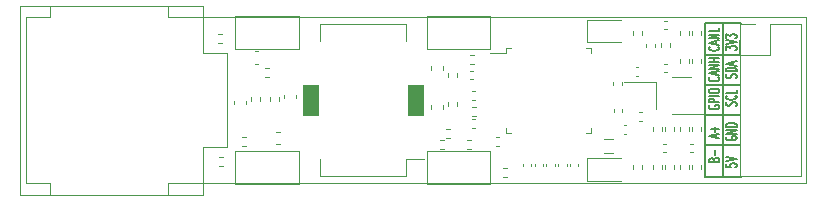
<source format=gto>
G04 #@! TF.GenerationSoftware,KiCad,Pcbnew,6.0.10+dfsg-1~bpo11+1*
G04 #@! TF.ProjectId,project,70726f6a-6563-4742-9e6b-696361645f70,rev?*
G04 #@! TF.SameCoordinates,Original*
G04 #@! TF.FileFunction,Legend,Top*
G04 #@! TF.FilePolarity,Positive*
%FSLAX46Y46*%
G04 Gerber Fmt 4.6, Leading zero omitted, Abs format (unit mm)*
%MOMM*%
%LPD*%
G01*
G04 APERTURE LIST*
%ADD10C,0.150000*%
G04 #@! TA.AperFunction,Profile*
%ADD11C,0.100000*%
G04 #@! TD*
%ADD12C,0.137500*%
%ADD13C,0.120000*%
%ADD14C,0.100000*%
%ADD15C,1.800000*%
%ADD16R,1.700000X1.700000*%
%ADD17O,1.700000X1.700000*%
%ADD18O,2.750000X1.450000*%
%ADD19R,0.900000X0.800000*%
%ADD20C,1.552000*%
%ADD21C,0.650000*%
%ADD22O,2.100000X1.000000*%
%ADD23O,1.600000X1.000000*%
G04 APERTURE END LIST*
D10*
X177262500Y-76537500D02*
X177262500Y-89537500D01*
X178662500Y-86837500D02*
X175762500Y-86837500D01*
X175762500Y-89537500D02*
X175762500Y-76537500D01*
X178657500Y-84342500D02*
X175762500Y-84337500D01*
X177262500Y-89537500D02*
X178762500Y-89537500D01*
X178662500Y-81737500D02*
X175762500Y-81737500D01*
X177262500Y-89537500D02*
X175762500Y-89537500D01*
X178657500Y-79232500D02*
X175762500Y-79237500D01*
X175762500Y-76537500D02*
X178762500Y-76537500D01*
X178657500Y-77962500D02*
X178657500Y-79232500D01*
D11*
X120262500Y-76037500D02*
X120262500Y-75037500D01*
X184262500Y-76037500D02*
X184262500Y-90037500D01*
X184262500Y-90037500D02*
X130262500Y-90037500D01*
X130262500Y-75037500D02*
X130262500Y-76037500D01*
X130262500Y-76037500D02*
X184262500Y-76037500D01*
X120262500Y-75037500D02*
X130262500Y-75037500D01*
X118262500Y-90037500D02*
X120262500Y-90037500D01*
X120262500Y-76037500D02*
X118262500Y-76037500D01*
X120262500Y-91037500D02*
X130262500Y-91037500D01*
X118262500Y-90037500D02*
X118262500Y-76037500D01*
X130262500Y-91037500D02*
X130262500Y-90037500D01*
X120262500Y-90037500D02*
X120262500Y-91037500D01*
D12*
X176473714Y-88076696D02*
X176516571Y-87998125D01*
X176559428Y-87971934D01*
X176645142Y-87945744D01*
X176773714Y-87945744D01*
X176859428Y-87971934D01*
X176902285Y-87998125D01*
X176945142Y-88050505D01*
X176945142Y-88260029D01*
X176045142Y-88260029D01*
X176045142Y-88076696D01*
X176088000Y-88024315D01*
X176130857Y-87998125D01*
X176216571Y-87971934D01*
X176302285Y-87971934D01*
X176388000Y-87998125D01*
X176430857Y-88024315D01*
X176473714Y-88076696D01*
X176473714Y-88260029D01*
X176602285Y-87710029D02*
X176602285Y-87290982D01*
X176688000Y-86217172D02*
X176688000Y-85955267D01*
X176945142Y-86269553D02*
X176045142Y-86086220D01*
X176945142Y-85902886D01*
X176602285Y-85719553D02*
X176602285Y-85300505D01*
X176945142Y-85510029D02*
X176259428Y-85510029D01*
X176088000Y-83493363D02*
X176045142Y-83545744D01*
X176045142Y-83624315D01*
X176088000Y-83702886D01*
X176173714Y-83755267D01*
X176259428Y-83781458D01*
X176430857Y-83807648D01*
X176559428Y-83807648D01*
X176730857Y-83781458D01*
X176816571Y-83755267D01*
X176902285Y-83702886D01*
X176945142Y-83624315D01*
X176945142Y-83571934D01*
X176902285Y-83493363D01*
X176859428Y-83467172D01*
X176559428Y-83467172D01*
X176559428Y-83571934D01*
X176945142Y-83231458D02*
X176045142Y-83231458D01*
X176045142Y-83021934D01*
X176088000Y-82969553D01*
X176130857Y-82943363D01*
X176216571Y-82917172D01*
X176345142Y-82917172D01*
X176430857Y-82943363D01*
X176473714Y-82969553D01*
X176516571Y-83021934D01*
X176516571Y-83231458D01*
X176945142Y-82681458D02*
X176045142Y-82681458D01*
X176045142Y-82314791D02*
X176045142Y-82210029D01*
X176088000Y-82157648D01*
X176173714Y-82105267D01*
X176345142Y-82079077D01*
X176645142Y-82079077D01*
X176816571Y-82105267D01*
X176902285Y-82157648D01*
X176945142Y-82210029D01*
X176945142Y-82314791D01*
X176902285Y-82367172D01*
X176816571Y-82419553D01*
X176645142Y-82445744D01*
X176345142Y-82445744D01*
X176173714Y-82419553D01*
X176088000Y-82367172D01*
X176045142Y-82314791D01*
X176859428Y-81110029D02*
X176902285Y-81136220D01*
X176945142Y-81214791D01*
X176945142Y-81267172D01*
X176902285Y-81345744D01*
X176816571Y-81398125D01*
X176730857Y-81424315D01*
X176559428Y-81450505D01*
X176430857Y-81450505D01*
X176259428Y-81424315D01*
X176173714Y-81398125D01*
X176088000Y-81345744D01*
X176045142Y-81267172D01*
X176045142Y-81214791D01*
X176088000Y-81136220D01*
X176130857Y-81110029D01*
X176688000Y-80900505D02*
X176688000Y-80638601D01*
X176945142Y-80952886D02*
X176045142Y-80769553D01*
X176945142Y-80586220D01*
X176945142Y-80402886D02*
X176045142Y-80402886D01*
X176945142Y-80088601D01*
X176045142Y-80088601D01*
X176945142Y-79826696D02*
X176045142Y-79826696D01*
X176473714Y-79826696D02*
X176473714Y-79512410D01*
X176945142Y-79512410D02*
X176045142Y-79512410D01*
X176859428Y-78517172D02*
X176902285Y-78543363D01*
X176945142Y-78621934D01*
X176945142Y-78674315D01*
X176902285Y-78752886D01*
X176816571Y-78805267D01*
X176730857Y-78831458D01*
X176559428Y-78857648D01*
X176430857Y-78857648D01*
X176259428Y-78831458D01*
X176173714Y-78805267D01*
X176088000Y-78752886D01*
X176045142Y-78674315D01*
X176045142Y-78621934D01*
X176088000Y-78543363D01*
X176130857Y-78517172D01*
X176688000Y-78307648D02*
X176688000Y-78045744D01*
X176945142Y-78360029D02*
X176045142Y-78176696D01*
X176945142Y-77993363D01*
X176945142Y-77810029D02*
X176045142Y-77810029D01*
X176945142Y-77495744D01*
X176045142Y-77495744D01*
X176945142Y-76971934D02*
X176945142Y-77233839D01*
X176045142Y-77233839D01*
X177494142Y-88417172D02*
X177494142Y-88679077D01*
X177922714Y-88705267D01*
X177879857Y-88679077D01*
X177837000Y-88626696D01*
X177837000Y-88495744D01*
X177879857Y-88443363D01*
X177922714Y-88417172D01*
X178008428Y-88390982D01*
X178222714Y-88390982D01*
X178308428Y-88417172D01*
X178351285Y-88443363D01*
X178394142Y-88495744D01*
X178394142Y-88626696D01*
X178351285Y-88679077D01*
X178308428Y-88705267D01*
X177494142Y-88233839D02*
X178394142Y-88050505D01*
X177494142Y-87867172D01*
X177537000Y-86138601D02*
X177494142Y-86190982D01*
X177494142Y-86269553D01*
X177537000Y-86348125D01*
X177622714Y-86400505D01*
X177708428Y-86426696D01*
X177879857Y-86452886D01*
X178008428Y-86452886D01*
X178179857Y-86426696D01*
X178265571Y-86400505D01*
X178351285Y-86348125D01*
X178394142Y-86269553D01*
X178394142Y-86217172D01*
X178351285Y-86138601D01*
X178308428Y-86112410D01*
X178008428Y-86112410D01*
X178008428Y-86217172D01*
X178394142Y-85876696D02*
X177494142Y-85876696D01*
X178394142Y-85562410D01*
X177494142Y-85562410D01*
X178394142Y-85300505D02*
X177494142Y-85300505D01*
X177494142Y-85169553D01*
X177537000Y-85090982D01*
X177622714Y-85038601D01*
X177708428Y-85012410D01*
X177879857Y-84986220D01*
X178008428Y-84986220D01*
X178179857Y-85012410D01*
X178265571Y-85038601D01*
X178351285Y-85090982D01*
X178394142Y-85169553D01*
X178394142Y-85300505D01*
X178351285Y-83519553D02*
X178394142Y-83440982D01*
X178394142Y-83310029D01*
X178351285Y-83257648D01*
X178308428Y-83231458D01*
X178222714Y-83205267D01*
X178137000Y-83205267D01*
X178051285Y-83231458D01*
X178008428Y-83257648D01*
X177965571Y-83310029D01*
X177922714Y-83414791D01*
X177879857Y-83467172D01*
X177837000Y-83493363D01*
X177751285Y-83519553D01*
X177665571Y-83519553D01*
X177579857Y-83493363D01*
X177537000Y-83467172D01*
X177494142Y-83414791D01*
X177494142Y-83283839D01*
X177537000Y-83205267D01*
X178308428Y-82655267D02*
X178351285Y-82681458D01*
X178394142Y-82760029D01*
X178394142Y-82812410D01*
X178351285Y-82890982D01*
X178265571Y-82943363D01*
X178179857Y-82969553D01*
X178008428Y-82995744D01*
X177879857Y-82995744D01*
X177708428Y-82969553D01*
X177622714Y-82943363D01*
X177537000Y-82890982D01*
X177494142Y-82812410D01*
X177494142Y-82760029D01*
X177537000Y-82681458D01*
X177579857Y-82655267D01*
X178394142Y-82157648D02*
X178394142Y-82419553D01*
X177494142Y-82419553D01*
X178351285Y-81162410D02*
X178394142Y-81083839D01*
X178394142Y-80952886D01*
X178351285Y-80900505D01*
X178308428Y-80874315D01*
X178222714Y-80848125D01*
X178137000Y-80848125D01*
X178051285Y-80874315D01*
X178008428Y-80900505D01*
X177965571Y-80952886D01*
X177922714Y-81057648D01*
X177879857Y-81110029D01*
X177837000Y-81136220D01*
X177751285Y-81162410D01*
X177665571Y-81162410D01*
X177579857Y-81136220D01*
X177537000Y-81110029D01*
X177494142Y-81057648D01*
X177494142Y-80926696D01*
X177537000Y-80848125D01*
X178394142Y-80612410D02*
X177494142Y-80612410D01*
X177494142Y-80481458D01*
X177537000Y-80402886D01*
X177622714Y-80350505D01*
X177708428Y-80324315D01*
X177879857Y-80298125D01*
X178008428Y-80298125D01*
X178179857Y-80324315D01*
X178265571Y-80350505D01*
X178351285Y-80402886D01*
X178394142Y-80481458D01*
X178394142Y-80612410D01*
X178137000Y-80088601D02*
X178137000Y-79826696D01*
X178394142Y-80140982D02*
X177494142Y-79957648D01*
X178394142Y-79774315D01*
X177494142Y-78805267D02*
X177494142Y-78464791D01*
X177837000Y-78648125D01*
X177837000Y-78569553D01*
X177879857Y-78517172D01*
X177922714Y-78490982D01*
X178008428Y-78464791D01*
X178222714Y-78464791D01*
X178308428Y-78490982D01*
X178351285Y-78517172D01*
X178394142Y-78569553D01*
X178394142Y-78726696D01*
X178351285Y-78779077D01*
X178308428Y-78805267D01*
X177494142Y-78307648D02*
X178394142Y-78124315D01*
X177494142Y-77940982D01*
X177494142Y-77810029D02*
X177494142Y-77469553D01*
X177837000Y-77652886D01*
X177837000Y-77574315D01*
X177879857Y-77521934D01*
X177922714Y-77495744D01*
X178008428Y-77469553D01*
X178222714Y-77469553D01*
X178308428Y-77495744D01*
X178351285Y-77521934D01*
X178394142Y-77574315D01*
X178394142Y-77731458D01*
X178351285Y-77783839D01*
X178308428Y-77810029D01*
D13*
X161295000Y-88421665D02*
X161295000Y-88653335D01*
X162015000Y-88421665D02*
X162015000Y-88653335D01*
X153572500Y-83783767D02*
X153572500Y-83491233D01*
X152552500Y-83783767D02*
X152552500Y-83491233D01*
X158930121Y-88757500D02*
X158594879Y-88757500D01*
X158930121Y-89517500D02*
X158594879Y-89517500D01*
X167975000Y-81469879D02*
X167975000Y-81805121D01*
X168735000Y-81469879D02*
X168735000Y-81805121D01*
X154742500Y-83505121D02*
X154742500Y-83169879D01*
X153982500Y-83505121D02*
X153982500Y-83169879D01*
X173080000Y-85667621D02*
X173080000Y-85332379D01*
X172320000Y-85667621D02*
X172320000Y-85332379D01*
D14*
X135977500Y-76737500D02*
G75*
G03*
X135977500Y-76737500I-50000J0D01*
G01*
D13*
X155592379Y-86457500D02*
X155927621Y-86457500D01*
X155592379Y-87217500D02*
X155927621Y-87217500D01*
X174380000Y-85332379D02*
X174380000Y-85667621D01*
X173620000Y-85332379D02*
X173620000Y-85667621D01*
X154742500Y-80769879D02*
X154742500Y-81105121D01*
X153982500Y-80769879D02*
X153982500Y-81105121D01*
X135962500Y-87337500D02*
X141362500Y-87337500D01*
X141362500Y-87337500D02*
X141362500Y-90137500D01*
X141362500Y-90137500D02*
X135962500Y-90137500D01*
X135962500Y-90137500D02*
X135962500Y-87337500D01*
X135962500Y-75937500D02*
X141362500Y-75937500D01*
X141362500Y-75937500D02*
X141362500Y-78737500D01*
X141362500Y-78737500D02*
X135962500Y-78737500D01*
X135962500Y-78737500D02*
X135962500Y-75937500D01*
X152162500Y-87337500D02*
X157562500Y-87337500D01*
X157562500Y-87337500D02*
X157562500Y-90137500D01*
X157562500Y-90137500D02*
X152162500Y-90137500D01*
X152162500Y-90137500D02*
X152162500Y-87337500D01*
X152162500Y-75937500D02*
X157562500Y-75937500D01*
X157562500Y-75937500D02*
X157562500Y-78737500D01*
X157562500Y-78737500D02*
X152162500Y-78737500D01*
X152162500Y-78737500D02*
X152162500Y-75937500D01*
X159295000Y-78627500D02*
X158845000Y-78627500D01*
X158845000Y-79077500D02*
X157555000Y-79077500D01*
X159295000Y-85847500D02*
X158845000Y-85847500D01*
X166065000Y-85847500D02*
X166065000Y-85397500D01*
X165615000Y-78627500D02*
X166065000Y-78627500D01*
X165615000Y-85847500D02*
X166065000Y-85847500D01*
X158845000Y-85847500D02*
X158845000Y-85397500D01*
X166065000Y-78627500D02*
X166065000Y-79077500D01*
X158845000Y-78627500D02*
X158845000Y-79077500D01*
X161015000Y-88421665D02*
X161015000Y-88653335D01*
X160295000Y-88421665D02*
X160295000Y-88653335D01*
X164295000Y-88421665D02*
X164295000Y-88653335D01*
X165015000Y-88421665D02*
X165015000Y-88653335D01*
X152552500Y-80191233D02*
X152552500Y-80483767D01*
X153572500Y-80191233D02*
X153572500Y-80483767D01*
X140052500Y-82591233D02*
X140052500Y-82883767D01*
X141072500Y-82591233D02*
X141072500Y-82883767D01*
X139642500Y-83105121D02*
X139642500Y-82769879D01*
X138882500Y-83105121D02*
X138882500Y-82769879D01*
X174620000Y-79865121D02*
X174620000Y-79529879D01*
X175380000Y-79865121D02*
X175380000Y-79529879D01*
X136872500Y-83383767D02*
X136872500Y-83091233D01*
X135852500Y-83383767D02*
X135852500Y-83091233D01*
X150427500Y-76577500D02*
X150427500Y-78032500D01*
X146762500Y-89497500D02*
X150427500Y-89497500D01*
X143097500Y-76577500D02*
X143097500Y-78032500D01*
X146762500Y-76577500D02*
X150427500Y-76577500D01*
X146762500Y-89497500D02*
X143097500Y-89497500D01*
X150427500Y-88042500D02*
X151937500Y-88042500D01*
X150427500Y-89497500D02*
X150427500Y-88042500D01*
X143097500Y-89497500D02*
X143097500Y-88042500D01*
X146762500Y-76577500D02*
X143097500Y-76577500D01*
X151842500Y-84307500D02*
X150572500Y-84307500D01*
X150572500Y-84307500D02*
X150572500Y-81767500D01*
X150572500Y-81767500D02*
X151842500Y-81767500D01*
X151842500Y-81767500D02*
X151842500Y-84307500D01*
G36*
X151842500Y-84307500D02*
G01*
X150572500Y-84307500D01*
X150572500Y-81767500D01*
X151842500Y-81767500D01*
X151842500Y-84307500D01*
G37*
X142952500Y-84307500D02*
X141682500Y-84307500D01*
X141682500Y-84307500D02*
X141682500Y-81767500D01*
X141682500Y-81767500D02*
X142952500Y-81767500D01*
X142952500Y-81767500D02*
X142952500Y-84307500D01*
G36*
X142952500Y-84307500D02*
G01*
X141682500Y-84307500D01*
X141682500Y-81767500D01*
X142952500Y-81767500D01*
X142952500Y-84307500D01*
G37*
X153794879Y-86217500D02*
X154130121Y-86217500D01*
X153794879Y-85457500D02*
X154130121Y-85457500D01*
X178657500Y-89452500D02*
X183857500Y-89452500D01*
X181257500Y-76632500D02*
X183857500Y-76632500D01*
X178657500Y-77962500D02*
X178657500Y-76632500D01*
X178657500Y-76632500D02*
X179987500Y-76632500D01*
X178657500Y-79232500D02*
X181257500Y-79232500D01*
X181257500Y-79232500D02*
X181257500Y-76632500D01*
X178657500Y-79232500D02*
X178657500Y-89452500D01*
X183857500Y-76632500D02*
X183857500Y-89452500D01*
X138494879Y-81117500D02*
X138830121Y-81117500D01*
X138494879Y-80357500D02*
X138830121Y-80357500D01*
X117762500Y-91037500D02*
X117762500Y-75037500D01*
X133262500Y-79037500D02*
X133262500Y-75037500D01*
X133262500Y-91037500D02*
X117762500Y-91037500D01*
X135262500Y-79037500D02*
X135262500Y-87037500D01*
X117762500Y-75037500D02*
X133262500Y-75037500D01*
X133262500Y-87037500D02*
X133262500Y-91037500D01*
X133262500Y-79037500D02*
X135262500Y-79037500D01*
X135262500Y-87037500D02*
X133262500Y-87037500D01*
X156070835Y-81297500D02*
X155839165Y-81297500D01*
X156070835Y-80577500D02*
X155839165Y-80577500D01*
X172284165Y-79977500D02*
X172515835Y-79977500D01*
X172284165Y-80697500D02*
X172515835Y-80697500D01*
X168839165Y-85897500D02*
X169070835Y-85897500D01*
X168839165Y-85177500D02*
X169070835Y-85177500D01*
D14*
X135977500Y-89337500D02*
G75*
G03*
X135977500Y-89337500I-50000J0D01*
G01*
D13*
X173762500Y-81077500D02*
X172962500Y-81077500D01*
X173762500Y-84197500D02*
X172962500Y-84197500D01*
X173762500Y-81077500D02*
X174562500Y-81077500D01*
X173762500Y-84197500D02*
X175562500Y-84197500D01*
X171605000Y-83787500D02*
X171605000Y-81487500D01*
X171605000Y-81487500D02*
X168905000Y-81487500D01*
X170147164Y-84797500D02*
X170362836Y-84797500D01*
X170147164Y-84077500D02*
X170362836Y-84077500D01*
X173620000Y-79867621D02*
X173620000Y-79532379D01*
X174380000Y-79867621D02*
X174380000Y-79532379D01*
X139708767Y-86747500D02*
X139416233Y-86747500D01*
X139708767Y-85727500D02*
X139416233Y-85727500D01*
X174484165Y-86740000D02*
X174715835Y-86740000D01*
X174484165Y-87460000D02*
X174715835Y-87460000D01*
X163295000Y-88421665D02*
X163295000Y-88653335D01*
X164015000Y-88421665D02*
X164015000Y-88653335D01*
X173620000Y-88532379D02*
X173620000Y-88867621D01*
X174380000Y-88532379D02*
X174380000Y-88867621D01*
X170740000Y-78284165D02*
X170740000Y-78515835D01*
X171460000Y-78284165D02*
X171460000Y-78515835D01*
X158039165Y-86897500D02*
X158270835Y-86897500D01*
X158039165Y-86177500D02*
X158270835Y-86177500D01*
X165740000Y-78160000D02*
X168600000Y-78160000D01*
X165740000Y-76240000D02*
X165740000Y-78160000D01*
X168600000Y-76240000D02*
X165740000Y-76240000D01*
X175380000Y-77567621D02*
X175380000Y-77232379D01*
X174620000Y-77567621D02*
X174620000Y-77232379D01*
X174620000Y-85332379D02*
X174620000Y-85667621D01*
X175380000Y-85332379D02*
X175380000Y-85667621D01*
X172320000Y-88867621D02*
X172320000Y-88532379D01*
X173080000Y-88867621D02*
X173080000Y-88532379D01*
X172020000Y-78567621D02*
X172020000Y-78232379D01*
X172780000Y-78567621D02*
X172780000Y-78232379D01*
X171320000Y-88867621D02*
X171320000Y-88532379D01*
X172080000Y-88867621D02*
X172080000Y-88532379D01*
X172184165Y-86740000D02*
X172415835Y-86740000D01*
X172184165Y-87460000D02*
X172415835Y-87460000D01*
X153630121Y-87217500D02*
X153294879Y-87217500D01*
X153630121Y-86457500D02*
X153294879Y-86457500D01*
X134930121Y-87857500D02*
X134594879Y-87857500D01*
X134930121Y-88617500D02*
X134594879Y-88617500D01*
X162295000Y-88421665D02*
X162295000Y-88653335D01*
X163015000Y-88421665D02*
X163015000Y-88653335D01*
X168715000Y-84053335D02*
X168715000Y-83821665D01*
X167995000Y-84053335D02*
X167995000Y-83821665D01*
X137616233Y-79947500D02*
X137908767Y-79947500D01*
X137616233Y-78927500D02*
X137908767Y-78927500D01*
X134830121Y-77457500D02*
X134494879Y-77457500D01*
X134830121Y-78217500D02*
X134494879Y-78217500D01*
X155987379Y-84417500D02*
X156322621Y-84417500D01*
X155987379Y-83657500D02*
X156322621Y-83657500D01*
X171320000Y-85667621D02*
X171320000Y-85332379D01*
X172080000Y-85667621D02*
X172080000Y-85332379D01*
X169620000Y-77232379D02*
X169620000Y-77567621D01*
X170380000Y-77232379D02*
X170380000Y-77567621D01*
X165740000Y-87940000D02*
X165740000Y-89860000D01*
X168600000Y-87940000D02*
X165740000Y-87940000D01*
X165740000Y-89860000D02*
X168600000Y-89860000D01*
X172515835Y-76340000D02*
X172284165Y-76340000D01*
X172515835Y-77060000D02*
X172284165Y-77060000D01*
X169854664Y-80997500D02*
X170070336Y-80997500D01*
X169854664Y-80277500D02*
X170070336Y-80277500D01*
X175380000Y-88867621D02*
X175380000Y-88532379D01*
X174620000Y-88867621D02*
X174620000Y-88532379D01*
X173620000Y-77567621D02*
X173620000Y-77232379D01*
X174380000Y-77567621D02*
X174380000Y-77232379D01*
X156270835Y-82997500D02*
X156039165Y-82997500D01*
X156270835Y-82277500D02*
X156039165Y-82277500D01*
X155794879Y-79257500D02*
X156130121Y-79257500D01*
X155794879Y-80017500D02*
X156130121Y-80017500D01*
X136494879Y-86917500D02*
X136830121Y-86917500D01*
X136494879Y-86157500D02*
X136830121Y-86157500D01*
X170380000Y-88532379D02*
X170380000Y-88867621D01*
X169620000Y-88532379D02*
X169620000Y-88867621D01*
X156270835Y-84677500D02*
X156039165Y-84677500D01*
X156270835Y-85397500D02*
X156039165Y-85397500D01*
X137282500Y-83105121D02*
X137282500Y-82769879D01*
X138042500Y-83105121D02*
X138042500Y-82769879D01*
X167144758Y-86377500D02*
X167965242Y-86377500D01*
X167144758Y-87497500D02*
X167965242Y-87497500D01*
%LPC*%
G36*
G01*
X161500000Y-87602500D02*
X161810000Y-87602500D01*
G75*
G02*
X161965000Y-87757500I0J-155000D01*
G01*
X161965000Y-88182500D01*
G75*
G02*
X161810000Y-88337500I-155000J0D01*
G01*
X161500000Y-88337500D01*
G75*
G02*
X161345000Y-88182500I0J155000D01*
G01*
X161345000Y-87757500D01*
G75*
G02*
X161500000Y-87602500I155000J0D01*
G01*
G37*
G36*
G01*
X161500000Y-88737500D02*
X161810000Y-88737500D01*
G75*
G02*
X161965000Y-88892500I0J-155000D01*
G01*
X161965000Y-89317500D01*
G75*
G02*
X161810000Y-89472500I-155000J0D01*
G01*
X161500000Y-89472500D01*
G75*
G02*
X161345000Y-89317500I0J155000D01*
G01*
X161345000Y-88892500D01*
G75*
G02*
X161500000Y-88737500I155000J0D01*
G01*
G37*
G36*
G01*
X153300000Y-85037500D02*
X152825000Y-85037500D01*
G75*
G02*
X152587500Y-84800000I0J237500D01*
G01*
X152587500Y-84200000D01*
G75*
G02*
X152825000Y-83962500I237500J0D01*
G01*
X153300000Y-83962500D01*
G75*
G02*
X153537500Y-84200000I0J-237500D01*
G01*
X153537500Y-84800000D01*
G75*
G02*
X153300000Y-85037500I-237500J0D01*
G01*
G37*
G36*
G01*
X153300000Y-83312500D02*
X152825000Y-83312500D01*
G75*
G02*
X152587500Y-83075000I0J237500D01*
G01*
X152587500Y-82475000D01*
G75*
G02*
X152825000Y-82237500I237500J0D01*
G01*
X153300000Y-82237500D01*
G75*
G02*
X153537500Y-82475000I0J-237500D01*
G01*
X153537500Y-83075000D01*
G75*
G02*
X153300000Y-83312500I-237500J0D01*
G01*
G37*
G36*
G01*
X159717500Y-88977500D02*
X159717500Y-89297500D01*
G75*
G02*
X159557500Y-89457500I-160000J0D01*
G01*
X159162500Y-89457500D01*
G75*
G02*
X159002500Y-89297500I0J160000D01*
G01*
X159002500Y-88977500D01*
G75*
G02*
X159162500Y-88817500I160000J0D01*
G01*
X159557500Y-88817500D01*
G75*
G02*
X159717500Y-88977500I0J-160000D01*
G01*
G37*
G36*
G01*
X158522500Y-88977500D02*
X158522500Y-89297500D01*
G75*
G02*
X158362500Y-89457500I-160000J0D01*
G01*
X157967500Y-89457500D01*
G75*
G02*
X157807500Y-89297500I0J160000D01*
G01*
X157807500Y-88977500D01*
G75*
G02*
X157967500Y-88817500I160000J0D01*
G01*
X158362500Y-88817500D01*
G75*
G02*
X158522500Y-88977500I0J-160000D01*
G01*
G37*
G36*
G01*
X168195000Y-80682500D02*
X168515000Y-80682500D01*
G75*
G02*
X168675000Y-80842500I0J-160000D01*
G01*
X168675000Y-81237500D01*
G75*
G02*
X168515000Y-81397500I-160000J0D01*
G01*
X168195000Y-81397500D01*
G75*
G02*
X168035000Y-81237500I0J160000D01*
G01*
X168035000Y-80842500D01*
G75*
G02*
X168195000Y-80682500I160000J0D01*
G01*
G37*
G36*
G01*
X168195000Y-81877500D02*
X168515000Y-81877500D01*
G75*
G02*
X168675000Y-82037500I0J-160000D01*
G01*
X168675000Y-82432500D01*
G75*
G02*
X168515000Y-82592500I-160000J0D01*
G01*
X168195000Y-82592500D01*
G75*
G02*
X168035000Y-82432500I0J160000D01*
G01*
X168035000Y-82037500D01*
G75*
G02*
X168195000Y-81877500I160000J0D01*
G01*
G37*
G36*
G01*
X154522500Y-84292500D02*
X154202500Y-84292500D01*
G75*
G02*
X154042500Y-84132500I0J160000D01*
G01*
X154042500Y-83737500D01*
G75*
G02*
X154202500Y-83577500I160000J0D01*
G01*
X154522500Y-83577500D01*
G75*
G02*
X154682500Y-83737500I0J-160000D01*
G01*
X154682500Y-84132500D01*
G75*
G02*
X154522500Y-84292500I-160000J0D01*
G01*
G37*
G36*
G01*
X154522500Y-83097500D02*
X154202500Y-83097500D01*
G75*
G02*
X154042500Y-82937500I0J160000D01*
G01*
X154042500Y-82542500D01*
G75*
G02*
X154202500Y-82382500I160000J0D01*
G01*
X154522500Y-82382500D01*
G75*
G02*
X154682500Y-82542500I0J-160000D01*
G01*
X154682500Y-82937500D01*
G75*
G02*
X154522500Y-83097500I-160000J0D01*
G01*
G37*
G36*
G01*
X172860000Y-86455000D02*
X172540000Y-86455000D01*
G75*
G02*
X172380000Y-86295000I0J160000D01*
G01*
X172380000Y-85900000D01*
G75*
G02*
X172540000Y-85740000I160000J0D01*
G01*
X172860000Y-85740000D01*
G75*
G02*
X173020000Y-85900000I0J-160000D01*
G01*
X173020000Y-86295000D01*
G75*
G02*
X172860000Y-86455000I-160000J0D01*
G01*
G37*
G36*
G01*
X172860000Y-85260000D02*
X172540000Y-85260000D01*
G75*
G02*
X172380000Y-85100000I0J160000D01*
G01*
X172380000Y-84705000D01*
G75*
G02*
X172540000Y-84545000I160000J0D01*
G01*
X172860000Y-84545000D01*
G75*
G02*
X173020000Y-84705000I0J-160000D01*
G01*
X173020000Y-85100000D01*
G75*
G02*
X172860000Y-85260000I-160000J0D01*
G01*
G37*
G36*
G01*
X135617500Y-76577500D02*
X135617500Y-76897500D01*
G75*
G02*
X135457500Y-77057500I-160000J0D01*
G01*
X135012500Y-77057500D01*
G75*
G02*
X134852500Y-76897500I0J160000D01*
G01*
X134852500Y-76577500D01*
G75*
G02*
X135012500Y-76417500I160000J0D01*
G01*
X135457500Y-76417500D01*
G75*
G02*
X135617500Y-76577500I0J-160000D01*
G01*
G37*
G36*
G01*
X134472500Y-76577500D02*
X134472500Y-76897500D01*
G75*
G02*
X134312500Y-77057500I-160000J0D01*
G01*
X133867500Y-77057500D01*
G75*
G02*
X133707500Y-76897500I0J160000D01*
G01*
X133707500Y-76577500D01*
G75*
G02*
X133867500Y-76417500I160000J0D01*
G01*
X134312500Y-76417500D01*
G75*
G02*
X134472500Y-76577500I0J-160000D01*
G01*
G37*
G36*
G01*
X154805000Y-86997500D02*
X154805000Y-86677500D01*
G75*
G02*
X154965000Y-86517500I160000J0D01*
G01*
X155360000Y-86517500D01*
G75*
G02*
X155520000Y-86677500I0J-160000D01*
G01*
X155520000Y-86997500D01*
G75*
G02*
X155360000Y-87157500I-160000J0D01*
G01*
X154965000Y-87157500D01*
G75*
G02*
X154805000Y-86997500I0J160000D01*
G01*
G37*
G36*
G01*
X156000000Y-86997500D02*
X156000000Y-86677500D01*
G75*
G02*
X156160000Y-86517500I160000J0D01*
G01*
X156555000Y-86517500D01*
G75*
G02*
X156715000Y-86677500I0J-160000D01*
G01*
X156715000Y-86997500D01*
G75*
G02*
X156555000Y-87157500I-160000J0D01*
G01*
X156160000Y-87157500D01*
G75*
G02*
X156000000Y-86997500I0J160000D01*
G01*
G37*
G36*
G01*
X173840000Y-84545000D02*
X174160000Y-84545000D01*
G75*
G02*
X174320000Y-84705000I0J-160000D01*
G01*
X174320000Y-85100000D01*
G75*
G02*
X174160000Y-85260000I-160000J0D01*
G01*
X173840000Y-85260000D01*
G75*
G02*
X173680000Y-85100000I0J160000D01*
G01*
X173680000Y-84705000D01*
G75*
G02*
X173840000Y-84545000I160000J0D01*
G01*
G37*
G36*
G01*
X173840000Y-85740000D02*
X174160000Y-85740000D01*
G75*
G02*
X174320000Y-85900000I0J-160000D01*
G01*
X174320000Y-86295000D01*
G75*
G02*
X174160000Y-86455000I-160000J0D01*
G01*
X173840000Y-86455000D01*
G75*
G02*
X173680000Y-86295000I0J160000D01*
G01*
X173680000Y-85900000D01*
G75*
G02*
X173840000Y-85740000I160000J0D01*
G01*
G37*
G36*
G01*
X154202500Y-79982500D02*
X154522500Y-79982500D01*
G75*
G02*
X154682500Y-80142500I0J-160000D01*
G01*
X154682500Y-80537500D01*
G75*
G02*
X154522500Y-80697500I-160000J0D01*
G01*
X154202500Y-80697500D01*
G75*
G02*
X154042500Y-80537500I0J160000D01*
G01*
X154042500Y-80142500D01*
G75*
G02*
X154202500Y-79982500I160000J0D01*
G01*
G37*
G36*
G01*
X154202500Y-81177500D02*
X154522500Y-81177500D01*
G75*
G02*
X154682500Y-81337500I0J-160000D01*
G01*
X154682500Y-81732500D01*
G75*
G02*
X154522500Y-81892500I-160000J0D01*
G01*
X154202500Y-81892500D01*
G75*
G02*
X154042500Y-81732500I0J160000D01*
G01*
X154042500Y-81337500D01*
G75*
G02*
X154202500Y-81177500I160000J0D01*
G01*
G37*
D15*
X137437500Y-88727500D03*
X139977500Y-88727500D03*
X153547500Y-88727500D03*
X156087500Y-88727500D03*
X156087500Y-77347500D03*
X153547500Y-77347500D03*
X139977500Y-77347500D03*
X137437500Y-77347500D03*
G36*
G01*
X157555000Y-79562500D02*
X157555000Y-79412500D01*
G75*
G02*
X157630000Y-79337500I75000J0D01*
G01*
X158955000Y-79337500D01*
G75*
G02*
X159030000Y-79412500I0J-75000D01*
G01*
X159030000Y-79562500D01*
G75*
G02*
X158955000Y-79637500I-75000J0D01*
G01*
X157630000Y-79637500D01*
G75*
G02*
X157555000Y-79562500I0J75000D01*
G01*
G37*
G36*
G01*
X157555000Y-80062500D02*
X157555000Y-79912500D01*
G75*
G02*
X157630000Y-79837500I75000J0D01*
G01*
X158955000Y-79837500D01*
G75*
G02*
X159030000Y-79912500I0J-75000D01*
G01*
X159030000Y-80062500D01*
G75*
G02*
X158955000Y-80137500I-75000J0D01*
G01*
X157630000Y-80137500D01*
G75*
G02*
X157555000Y-80062500I0J75000D01*
G01*
G37*
G36*
G01*
X157555000Y-80562500D02*
X157555000Y-80412500D01*
G75*
G02*
X157630000Y-80337500I75000J0D01*
G01*
X158955000Y-80337500D01*
G75*
G02*
X159030000Y-80412500I0J-75000D01*
G01*
X159030000Y-80562500D01*
G75*
G02*
X158955000Y-80637500I-75000J0D01*
G01*
X157630000Y-80637500D01*
G75*
G02*
X157555000Y-80562500I0J75000D01*
G01*
G37*
G36*
G01*
X157555000Y-81062500D02*
X157555000Y-80912500D01*
G75*
G02*
X157630000Y-80837500I75000J0D01*
G01*
X158955000Y-80837500D01*
G75*
G02*
X159030000Y-80912500I0J-75000D01*
G01*
X159030000Y-81062500D01*
G75*
G02*
X158955000Y-81137500I-75000J0D01*
G01*
X157630000Y-81137500D01*
G75*
G02*
X157555000Y-81062500I0J75000D01*
G01*
G37*
G36*
G01*
X157555000Y-81562500D02*
X157555000Y-81412500D01*
G75*
G02*
X157630000Y-81337500I75000J0D01*
G01*
X158955000Y-81337500D01*
G75*
G02*
X159030000Y-81412500I0J-75000D01*
G01*
X159030000Y-81562500D01*
G75*
G02*
X158955000Y-81637500I-75000J0D01*
G01*
X157630000Y-81637500D01*
G75*
G02*
X157555000Y-81562500I0J75000D01*
G01*
G37*
G36*
G01*
X157555000Y-82062500D02*
X157555000Y-81912500D01*
G75*
G02*
X157630000Y-81837500I75000J0D01*
G01*
X158955000Y-81837500D01*
G75*
G02*
X159030000Y-81912500I0J-75000D01*
G01*
X159030000Y-82062500D01*
G75*
G02*
X158955000Y-82137500I-75000J0D01*
G01*
X157630000Y-82137500D01*
G75*
G02*
X157555000Y-82062500I0J75000D01*
G01*
G37*
G36*
G01*
X157555000Y-82562500D02*
X157555000Y-82412500D01*
G75*
G02*
X157630000Y-82337500I75000J0D01*
G01*
X158955000Y-82337500D01*
G75*
G02*
X159030000Y-82412500I0J-75000D01*
G01*
X159030000Y-82562500D01*
G75*
G02*
X158955000Y-82637500I-75000J0D01*
G01*
X157630000Y-82637500D01*
G75*
G02*
X157555000Y-82562500I0J75000D01*
G01*
G37*
G36*
G01*
X157555000Y-83062500D02*
X157555000Y-82912500D01*
G75*
G02*
X157630000Y-82837500I75000J0D01*
G01*
X158955000Y-82837500D01*
G75*
G02*
X159030000Y-82912500I0J-75000D01*
G01*
X159030000Y-83062500D01*
G75*
G02*
X158955000Y-83137500I-75000J0D01*
G01*
X157630000Y-83137500D01*
G75*
G02*
X157555000Y-83062500I0J75000D01*
G01*
G37*
G36*
G01*
X157555000Y-83562500D02*
X157555000Y-83412500D01*
G75*
G02*
X157630000Y-83337500I75000J0D01*
G01*
X158955000Y-83337500D01*
G75*
G02*
X159030000Y-83412500I0J-75000D01*
G01*
X159030000Y-83562500D01*
G75*
G02*
X158955000Y-83637500I-75000J0D01*
G01*
X157630000Y-83637500D01*
G75*
G02*
X157555000Y-83562500I0J75000D01*
G01*
G37*
G36*
G01*
X157555000Y-84062500D02*
X157555000Y-83912500D01*
G75*
G02*
X157630000Y-83837500I75000J0D01*
G01*
X158955000Y-83837500D01*
G75*
G02*
X159030000Y-83912500I0J-75000D01*
G01*
X159030000Y-84062500D01*
G75*
G02*
X158955000Y-84137500I-75000J0D01*
G01*
X157630000Y-84137500D01*
G75*
G02*
X157555000Y-84062500I0J75000D01*
G01*
G37*
G36*
G01*
X157555000Y-84562500D02*
X157555000Y-84412500D01*
G75*
G02*
X157630000Y-84337500I75000J0D01*
G01*
X158955000Y-84337500D01*
G75*
G02*
X159030000Y-84412500I0J-75000D01*
G01*
X159030000Y-84562500D01*
G75*
G02*
X158955000Y-84637500I-75000J0D01*
G01*
X157630000Y-84637500D01*
G75*
G02*
X157555000Y-84562500I0J75000D01*
G01*
G37*
G36*
G01*
X157555000Y-85062500D02*
X157555000Y-84912500D01*
G75*
G02*
X157630000Y-84837500I75000J0D01*
G01*
X158955000Y-84837500D01*
G75*
G02*
X159030000Y-84912500I0J-75000D01*
G01*
X159030000Y-85062500D01*
G75*
G02*
X158955000Y-85137500I-75000J0D01*
G01*
X157630000Y-85137500D01*
G75*
G02*
X157555000Y-85062500I0J75000D01*
G01*
G37*
G36*
G01*
X159555000Y-87062500D02*
X159555000Y-85737500D01*
G75*
G02*
X159630000Y-85662500I75000J0D01*
G01*
X159780000Y-85662500D01*
G75*
G02*
X159855000Y-85737500I0J-75000D01*
G01*
X159855000Y-87062500D01*
G75*
G02*
X159780000Y-87137500I-75000J0D01*
G01*
X159630000Y-87137500D01*
G75*
G02*
X159555000Y-87062500I0J75000D01*
G01*
G37*
G36*
G01*
X160055000Y-87062500D02*
X160055000Y-85737500D01*
G75*
G02*
X160130000Y-85662500I75000J0D01*
G01*
X160280000Y-85662500D01*
G75*
G02*
X160355000Y-85737500I0J-75000D01*
G01*
X160355000Y-87062500D01*
G75*
G02*
X160280000Y-87137500I-75000J0D01*
G01*
X160130000Y-87137500D01*
G75*
G02*
X160055000Y-87062500I0J75000D01*
G01*
G37*
G36*
G01*
X160555000Y-87062500D02*
X160555000Y-85737500D01*
G75*
G02*
X160630000Y-85662500I75000J0D01*
G01*
X160780000Y-85662500D01*
G75*
G02*
X160855000Y-85737500I0J-75000D01*
G01*
X160855000Y-87062500D01*
G75*
G02*
X160780000Y-87137500I-75000J0D01*
G01*
X160630000Y-87137500D01*
G75*
G02*
X160555000Y-87062500I0J75000D01*
G01*
G37*
G36*
G01*
X161055000Y-87062500D02*
X161055000Y-85737500D01*
G75*
G02*
X161130000Y-85662500I75000J0D01*
G01*
X161280000Y-85662500D01*
G75*
G02*
X161355000Y-85737500I0J-75000D01*
G01*
X161355000Y-87062500D01*
G75*
G02*
X161280000Y-87137500I-75000J0D01*
G01*
X161130000Y-87137500D01*
G75*
G02*
X161055000Y-87062500I0J75000D01*
G01*
G37*
G36*
G01*
X161555000Y-87062500D02*
X161555000Y-85737500D01*
G75*
G02*
X161630000Y-85662500I75000J0D01*
G01*
X161780000Y-85662500D01*
G75*
G02*
X161855000Y-85737500I0J-75000D01*
G01*
X161855000Y-87062500D01*
G75*
G02*
X161780000Y-87137500I-75000J0D01*
G01*
X161630000Y-87137500D01*
G75*
G02*
X161555000Y-87062500I0J75000D01*
G01*
G37*
G36*
G01*
X162055000Y-87062500D02*
X162055000Y-85737500D01*
G75*
G02*
X162130000Y-85662500I75000J0D01*
G01*
X162280000Y-85662500D01*
G75*
G02*
X162355000Y-85737500I0J-75000D01*
G01*
X162355000Y-87062500D01*
G75*
G02*
X162280000Y-87137500I-75000J0D01*
G01*
X162130000Y-87137500D01*
G75*
G02*
X162055000Y-87062500I0J75000D01*
G01*
G37*
G36*
G01*
X162555000Y-87062500D02*
X162555000Y-85737500D01*
G75*
G02*
X162630000Y-85662500I75000J0D01*
G01*
X162780000Y-85662500D01*
G75*
G02*
X162855000Y-85737500I0J-75000D01*
G01*
X162855000Y-87062500D01*
G75*
G02*
X162780000Y-87137500I-75000J0D01*
G01*
X162630000Y-87137500D01*
G75*
G02*
X162555000Y-87062500I0J75000D01*
G01*
G37*
G36*
G01*
X163055000Y-87062500D02*
X163055000Y-85737500D01*
G75*
G02*
X163130000Y-85662500I75000J0D01*
G01*
X163280000Y-85662500D01*
G75*
G02*
X163355000Y-85737500I0J-75000D01*
G01*
X163355000Y-87062500D01*
G75*
G02*
X163280000Y-87137500I-75000J0D01*
G01*
X163130000Y-87137500D01*
G75*
G02*
X163055000Y-87062500I0J75000D01*
G01*
G37*
G36*
G01*
X163555000Y-87062500D02*
X163555000Y-85737500D01*
G75*
G02*
X163630000Y-85662500I75000J0D01*
G01*
X163780000Y-85662500D01*
G75*
G02*
X163855000Y-85737500I0J-75000D01*
G01*
X163855000Y-87062500D01*
G75*
G02*
X163780000Y-87137500I-75000J0D01*
G01*
X163630000Y-87137500D01*
G75*
G02*
X163555000Y-87062500I0J75000D01*
G01*
G37*
G36*
G01*
X164055000Y-87062500D02*
X164055000Y-85737500D01*
G75*
G02*
X164130000Y-85662500I75000J0D01*
G01*
X164280000Y-85662500D01*
G75*
G02*
X164355000Y-85737500I0J-75000D01*
G01*
X164355000Y-87062500D01*
G75*
G02*
X164280000Y-87137500I-75000J0D01*
G01*
X164130000Y-87137500D01*
G75*
G02*
X164055000Y-87062500I0J75000D01*
G01*
G37*
G36*
G01*
X164555000Y-87062500D02*
X164555000Y-85737500D01*
G75*
G02*
X164630000Y-85662500I75000J0D01*
G01*
X164780000Y-85662500D01*
G75*
G02*
X164855000Y-85737500I0J-75000D01*
G01*
X164855000Y-87062500D01*
G75*
G02*
X164780000Y-87137500I-75000J0D01*
G01*
X164630000Y-87137500D01*
G75*
G02*
X164555000Y-87062500I0J75000D01*
G01*
G37*
G36*
G01*
X165055000Y-87062500D02*
X165055000Y-85737500D01*
G75*
G02*
X165130000Y-85662500I75000J0D01*
G01*
X165280000Y-85662500D01*
G75*
G02*
X165355000Y-85737500I0J-75000D01*
G01*
X165355000Y-87062500D01*
G75*
G02*
X165280000Y-87137500I-75000J0D01*
G01*
X165130000Y-87137500D01*
G75*
G02*
X165055000Y-87062500I0J75000D01*
G01*
G37*
G36*
G01*
X165880000Y-85062500D02*
X165880000Y-84912500D01*
G75*
G02*
X165955000Y-84837500I75000J0D01*
G01*
X167280000Y-84837500D01*
G75*
G02*
X167355000Y-84912500I0J-75000D01*
G01*
X167355000Y-85062500D01*
G75*
G02*
X167280000Y-85137500I-75000J0D01*
G01*
X165955000Y-85137500D01*
G75*
G02*
X165880000Y-85062500I0J75000D01*
G01*
G37*
G36*
G01*
X165880000Y-84562500D02*
X165880000Y-84412500D01*
G75*
G02*
X165955000Y-84337500I75000J0D01*
G01*
X167280000Y-84337500D01*
G75*
G02*
X167355000Y-84412500I0J-75000D01*
G01*
X167355000Y-84562500D01*
G75*
G02*
X167280000Y-84637500I-75000J0D01*
G01*
X165955000Y-84637500D01*
G75*
G02*
X165880000Y-84562500I0J75000D01*
G01*
G37*
G36*
G01*
X165880000Y-84062500D02*
X165880000Y-83912500D01*
G75*
G02*
X165955000Y-83837500I75000J0D01*
G01*
X167280000Y-83837500D01*
G75*
G02*
X167355000Y-83912500I0J-75000D01*
G01*
X167355000Y-84062500D01*
G75*
G02*
X167280000Y-84137500I-75000J0D01*
G01*
X165955000Y-84137500D01*
G75*
G02*
X165880000Y-84062500I0J75000D01*
G01*
G37*
G36*
G01*
X165880000Y-83562500D02*
X165880000Y-83412500D01*
G75*
G02*
X165955000Y-83337500I75000J0D01*
G01*
X167280000Y-83337500D01*
G75*
G02*
X167355000Y-83412500I0J-75000D01*
G01*
X167355000Y-83562500D01*
G75*
G02*
X167280000Y-83637500I-75000J0D01*
G01*
X165955000Y-83637500D01*
G75*
G02*
X165880000Y-83562500I0J75000D01*
G01*
G37*
G36*
G01*
X165880000Y-83062500D02*
X165880000Y-82912500D01*
G75*
G02*
X165955000Y-82837500I75000J0D01*
G01*
X167280000Y-82837500D01*
G75*
G02*
X167355000Y-82912500I0J-75000D01*
G01*
X167355000Y-83062500D01*
G75*
G02*
X167280000Y-83137500I-75000J0D01*
G01*
X165955000Y-83137500D01*
G75*
G02*
X165880000Y-83062500I0J75000D01*
G01*
G37*
G36*
G01*
X165880000Y-82562500D02*
X165880000Y-82412500D01*
G75*
G02*
X165955000Y-82337500I75000J0D01*
G01*
X167280000Y-82337500D01*
G75*
G02*
X167355000Y-82412500I0J-75000D01*
G01*
X167355000Y-82562500D01*
G75*
G02*
X167280000Y-82637500I-75000J0D01*
G01*
X165955000Y-82637500D01*
G75*
G02*
X165880000Y-82562500I0J75000D01*
G01*
G37*
G36*
G01*
X165880000Y-82062500D02*
X165880000Y-81912500D01*
G75*
G02*
X165955000Y-81837500I75000J0D01*
G01*
X167280000Y-81837500D01*
G75*
G02*
X167355000Y-81912500I0J-75000D01*
G01*
X167355000Y-82062500D01*
G75*
G02*
X167280000Y-82137500I-75000J0D01*
G01*
X165955000Y-82137500D01*
G75*
G02*
X165880000Y-82062500I0J75000D01*
G01*
G37*
G36*
G01*
X165880000Y-81562500D02*
X165880000Y-81412500D01*
G75*
G02*
X165955000Y-81337500I75000J0D01*
G01*
X167280000Y-81337500D01*
G75*
G02*
X167355000Y-81412500I0J-75000D01*
G01*
X167355000Y-81562500D01*
G75*
G02*
X167280000Y-81637500I-75000J0D01*
G01*
X165955000Y-81637500D01*
G75*
G02*
X165880000Y-81562500I0J75000D01*
G01*
G37*
G36*
G01*
X165880000Y-81062500D02*
X165880000Y-80912500D01*
G75*
G02*
X165955000Y-80837500I75000J0D01*
G01*
X167280000Y-80837500D01*
G75*
G02*
X167355000Y-80912500I0J-75000D01*
G01*
X167355000Y-81062500D01*
G75*
G02*
X167280000Y-81137500I-75000J0D01*
G01*
X165955000Y-81137500D01*
G75*
G02*
X165880000Y-81062500I0J75000D01*
G01*
G37*
G36*
G01*
X165880000Y-80562500D02*
X165880000Y-80412500D01*
G75*
G02*
X165955000Y-80337500I75000J0D01*
G01*
X167280000Y-80337500D01*
G75*
G02*
X167355000Y-80412500I0J-75000D01*
G01*
X167355000Y-80562500D01*
G75*
G02*
X167280000Y-80637500I-75000J0D01*
G01*
X165955000Y-80637500D01*
G75*
G02*
X165880000Y-80562500I0J75000D01*
G01*
G37*
G36*
G01*
X165880000Y-80062500D02*
X165880000Y-79912500D01*
G75*
G02*
X165955000Y-79837500I75000J0D01*
G01*
X167280000Y-79837500D01*
G75*
G02*
X167355000Y-79912500I0J-75000D01*
G01*
X167355000Y-80062500D01*
G75*
G02*
X167280000Y-80137500I-75000J0D01*
G01*
X165955000Y-80137500D01*
G75*
G02*
X165880000Y-80062500I0J75000D01*
G01*
G37*
G36*
G01*
X165880000Y-79562500D02*
X165880000Y-79412500D01*
G75*
G02*
X165955000Y-79337500I75000J0D01*
G01*
X167280000Y-79337500D01*
G75*
G02*
X167355000Y-79412500I0J-75000D01*
G01*
X167355000Y-79562500D01*
G75*
G02*
X167280000Y-79637500I-75000J0D01*
G01*
X165955000Y-79637500D01*
G75*
G02*
X165880000Y-79562500I0J75000D01*
G01*
G37*
G36*
G01*
X165055000Y-78737500D02*
X165055000Y-77412500D01*
G75*
G02*
X165130000Y-77337500I75000J0D01*
G01*
X165280000Y-77337500D01*
G75*
G02*
X165355000Y-77412500I0J-75000D01*
G01*
X165355000Y-78737500D01*
G75*
G02*
X165280000Y-78812500I-75000J0D01*
G01*
X165130000Y-78812500D01*
G75*
G02*
X165055000Y-78737500I0J75000D01*
G01*
G37*
G36*
G01*
X164555000Y-78737500D02*
X164555000Y-77412500D01*
G75*
G02*
X164630000Y-77337500I75000J0D01*
G01*
X164780000Y-77337500D01*
G75*
G02*
X164855000Y-77412500I0J-75000D01*
G01*
X164855000Y-78737500D01*
G75*
G02*
X164780000Y-78812500I-75000J0D01*
G01*
X164630000Y-78812500D01*
G75*
G02*
X164555000Y-78737500I0J75000D01*
G01*
G37*
G36*
G01*
X164055000Y-78737500D02*
X164055000Y-77412500D01*
G75*
G02*
X164130000Y-77337500I75000J0D01*
G01*
X164280000Y-77337500D01*
G75*
G02*
X164355000Y-77412500I0J-75000D01*
G01*
X164355000Y-78737500D01*
G75*
G02*
X164280000Y-78812500I-75000J0D01*
G01*
X164130000Y-78812500D01*
G75*
G02*
X164055000Y-78737500I0J75000D01*
G01*
G37*
G36*
G01*
X163555000Y-78737500D02*
X163555000Y-77412500D01*
G75*
G02*
X163630000Y-77337500I75000J0D01*
G01*
X163780000Y-77337500D01*
G75*
G02*
X163855000Y-77412500I0J-75000D01*
G01*
X163855000Y-78737500D01*
G75*
G02*
X163780000Y-78812500I-75000J0D01*
G01*
X163630000Y-78812500D01*
G75*
G02*
X163555000Y-78737500I0J75000D01*
G01*
G37*
G36*
G01*
X163055000Y-78737500D02*
X163055000Y-77412500D01*
G75*
G02*
X163130000Y-77337500I75000J0D01*
G01*
X163280000Y-77337500D01*
G75*
G02*
X163355000Y-77412500I0J-75000D01*
G01*
X163355000Y-78737500D01*
G75*
G02*
X163280000Y-78812500I-75000J0D01*
G01*
X163130000Y-78812500D01*
G75*
G02*
X163055000Y-78737500I0J75000D01*
G01*
G37*
G36*
G01*
X162555000Y-78737500D02*
X162555000Y-77412500D01*
G75*
G02*
X162630000Y-77337500I75000J0D01*
G01*
X162780000Y-77337500D01*
G75*
G02*
X162855000Y-77412500I0J-75000D01*
G01*
X162855000Y-78737500D01*
G75*
G02*
X162780000Y-78812500I-75000J0D01*
G01*
X162630000Y-78812500D01*
G75*
G02*
X162555000Y-78737500I0J75000D01*
G01*
G37*
G36*
G01*
X162055000Y-78737500D02*
X162055000Y-77412500D01*
G75*
G02*
X162130000Y-77337500I75000J0D01*
G01*
X162280000Y-77337500D01*
G75*
G02*
X162355000Y-77412500I0J-75000D01*
G01*
X162355000Y-78737500D01*
G75*
G02*
X162280000Y-78812500I-75000J0D01*
G01*
X162130000Y-78812500D01*
G75*
G02*
X162055000Y-78737500I0J75000D01*
G01*
G37*
G36*
G01*
X161555000Y-78737500D02*
X161555000Y-77412500D01*
G75*
G02*
X161630000Y-77337500I75000J0D01*
G01*
X161780000Y-77337500D01*
G75*
G02*
X161855000Y-77412500I0J-75000D01*
G01*
X161855000Y-78737500D01*
G75*
G02*
X161780000Y-78812500I-75000J0D01*
G01*
X161630000Y-78812500D01*
G75*
G02*
X161555000Y-78737500I0J75000D01*
G01*
G37*
G36*
G01*
X161055000Y-78737500D02*
X161055000Y-77412500D01*
G75*
G02*
X161130000Y-77337500I75000J0D01*
G01*
X161280000Y-77337500D01*
G75*
G02*
X161355000Y-77412500I0J-75000D01*
G01*
X161355000Y-78737500D01*
G75*
G02*
X161280000Y-78812500I-75000J0D01*
G01*
X161130000Y-78812500D01*
G75*
G02*
X161055000Y-78737500I0J75000D01*
G01*
G37*
G36*
G01*
X160555000Y-78737500D02*
X160555000Y-77412500D01*
G75*
G02*
X160630000Y-77337500I75000J0D01*
G01*
X160780000Y-77337500D01*
G75*
G02*
X160855000Y-77412500I0J-75000D01*
G01*
X160855000Y-78737500D01*
G75*
G02*
X160780000Y-78812500I-75000J0D01*
G01*
X160630000Y-78812500D01*
G75*
G02*
X160555000Y-78737500I0J75000D01*
G01*
G37*
G36*
G01*
X160055000Y-78737500D02*
X160055000Y-77412500D01*
G75*
G02*
X160130000Y-77337500I75000J0D01*
G01*
X160280000Y-77337500D01*
G75*
G02*
X160355000Y-77412500I0J-75000D01*
G01*
X160355000Y-78737500D01*
G75*
G02*
X160280000Y-78812500I-75000J0D01*
G01*
X160130000Y-78812500D01*
G75*
G02*
X160055000Y-78737500I0J75000D01*
G01*
G37*
G36*
G01*
X159555000Y-78737500D02*
X159555000Y-77412500D01*
G75*
G02*
X159630000Y-77337500I75000J0D01*
G01*
X159780000Y-77337500D01*
G75*
G02*
X159855000Y-77412500I0J-75000D01*
G01*
X159855000Y-78737500D01*
G75*
G02*
X159780000Y-78812500I-75000J0D01*
G01*
X159630000Y-78812500D01*
G75*
G02*
X159555000Y-78737500I0J75000D01*
G01*
G37*
G36*
G01*
X160500000Y-87602500D02*
X160810000Y-87602500D01*
G75*
G02*
X160965000Y-87757500I0J-155000D01*
G01*
X160965000Y-88182500D01*
G75*
G02*
X160810000Y-88337500I-155000J0D01*
G01*
X160500000Y-88337500D01*
G75*
G02*
X160345000Y-88182500I0J155000D01*
G01*
X160345000Y-87757500D01*
G75*
G02*
X160500000Y-87602500I155000J0D01*
G01*
G37*
G36*
G01*
X160500000Y-88737500D02*
X160810000Y-88737500D01*
G75*
G02*
X160965000Y-88892500I0J-155000D01*
G01*
X160965000Y-89317500D01*
G75*
G02*
X160810000Y-89472500I-155000J0D01*
G01*
X160500000Y-89472500D01*
G75*
G02*
X160345000Y-89317500I0J155000D01*
G01*
X160345000Y-88892500D01*
G75*
G02*
X160500000Y-88737500I155000J0D01*
G01*
G37*
G36*
G01*
X164500000Y-87602500D02*
X164810000Y-87602500D01*
G75*
G02*
X164965000Y-87757500I0J-155000D01*
G01*
X164965000Y-88182500D01*
G75*
G02*
X164810000Y-88337500I-155000J0D01*
G01*
X164500000Y-88337500D01*
G75*
G02*
X164345000Y-88182500I0J155000D01*
G01*
X164345000Y-87757500D01*
G75*
G02*
X164500000Y-87602500I155000J0D01*
G01*
G37*
G36*
G01*
X164500000Y-88737500D02*
X164810000Y-88737500D01*
G75*
G02*
X164965000Y-88892500I0J-155000D01*
G01*
X164965000Y-89317500D01*
G75*
G02*
X164810000Y-89472500I-155000J0D01*
G01*
X164500000Y-89472500D01*
G75*
G02*
X164345000Y-89317500I0J155000D01*
G01*
X164345000Y-88892500D01*
G75*
G02*
X164500000Y-88737500I155000J0D01*
G01*
G37*
G36*
G01*
X152825000Y-78937500D02*
X153300000Y-78937500D01*
G75*
G02*
X153537500Y-79175000I0J-237500D01*
G01*
X153537500Y-79775000D01*
G75*
G02*
X153300000Y-80012500I-237500J0D01*
G01*
X152825000Y-80012500D01*
G75*
G02*
X152587500Y-79775000I0J237500D01*
G01*
X152587500Y-79175000D01*
G75*
G02*
X152825000Y-78937500I237500J0D01*
G01*
G37*
G36*
G01*
X152825000Y-80662500D02*
X153300000Y-80662500D01*
G75*
G02*
X153537500Y-80900000I0J-237500D01*
G01*
X153537500Y-81500000D01*
G75*
G02*
X153300000Y-81737500I-237500J0D01*
G01*
X152825000Y-81737500D01*
G75*
G02*
X152587500Y-81500000I0J237500D01*
G01*
X152587500Y-80900000D01*
G75*
G02*
X152825000Y-80662500I237500J0D01*
G01*
G37*
G36*
G01*
X140325000Y-81337500D02*
X140800000Y-81337500D01*
G75*
G02*
X141037500Y-81575000I0J-237500D01*
G01*
X141037500Y-82175000D01*
G75*
G02*
X140800000Y-82412500I-237500J0D01*
G01*
X140325000Y-82412500D01*
G75*
G02*
X140087500Y-82175000I0J237500D01*
G01*
X140087500Y-81575000D01*
G75*
G02*
X140325000Y-81337500I237500J0D01*
G01*
G37*
G36*
G01*
X140325000Y-83062500D02*
X140800000Y-83062500D01*
G75*
G02*
X141037500Y-83300000I0J-237500D01*
G01*
X141037500Y-83900000D01*
G75*
G02*
X140800000Y-84137500I-237500J0D01*
G01*
X140325000Y-84137500D01*
G75*
G02*
X140087500Y-83900000I0J237500D01*
G01*
X140087500Y-83300000D01*
G75*
G02*
X140325000Y-83062500I237500J0D01*
G01*
G37*
G36*
G01*
X139422500Y-83892500D02*
X139102500Y-83892500D01*
G75*
G02*
X138942500Y-83732500I0J160000D01*
G01*
X138942500Y-83337500D01*
G75*
G02*
X139102500Y-83177500I160000J0D01*
G01*
X139422500Y-83177500D01*
G75*
G02*
X139582500Y-83337500I0J-160000D01*
G01*
X139582500Y-83732500D01*
G75*
G02*
X139422500Y-83892500I-160000J0D01*
G01*
G37*
G36*
G01*
X139422500Y-82697500D02*
X139102500Y-82697500D01*
G75*
G02*
X138942500Y-82537500I0J160000D01*
G01*
X138942500Y-82142500D01*
G75*
G02*
X139102500Y-81982500I160000J0D01*
G01*
X139422500Y-81982500D01*
G75*
G02*
X139582500Y-82142500I0J-160000D01*
G01*
X139582500Y-82537500D01*
G75*
G02*
X139422500Y-82697500I-160000J0D01*
G01*
G37*
G36*
G01*
X175160000Y-80652500D02*
X174840000Y-80652500D01*
G75*
G02*
X174680000Y-80492500I0J160000D01*
G01*
X174680000Y-80097500D01*
G75*
G02*
X174840000Y-79937500I160000J0D01*
G01*
X175160000Y-79937500D01*
G75*
G02*
X175320000Y-80097500I0J-160000D01*
G01*
X175320000Y-80492500D01*
G75*
G02*
X175160000Y-80652500I-160000J0D01*
G01*
G37*
G36*
G01*
X175160000Y-79457500D02*
X174840000Y-79457500D01*
G75*
G02*
X174680000Y-79297500I0J160000D01*
G01*
X174680000Y-78902500D01*
G75*
G02*
X174840000Y-78742500I160000J0D01*
G01*
X175160000Y-78742500D01*
G75*
G02*
X175320000Y-78902500I0J-160000D01*
G01*
X175320000Y-79297500D01*
G75*
G02*
X175160000Y-79457500I-160000J0D01*
G01*
G37*
G36*
G01*
X136600000Y-84637500D02*
X136125000Y-84637500D01*
G75*
G02*
X135887500Y-84400000I0J237500D01*
G01*
X135887500Y-83800000D01*
G75*
G02*
X136125000Y-83562500I237500J0D01*
G01*
X136600000Y-83562500D01*
G75*
G02*
X136837500Y-83800000I0J-237500D01*
G01*
X136837500Y-84400000D01*
G75*
G02*
X136600000Y-84637500I-237500J0D01*
G01*
G37*
G36*
G01*
X136600000Y-82912500D02*
X136125000Y-82912500D01*
G75*
G02*
X135887500Y-82675000I0J237500D01*
G01*
X135887500Y-82075000D01*
G75*
G02*
X136125000Y-81837500I237500J0D01*
G01*
X136600000Y-81837500D01*
G75*
G02*
X136837500Y-82075000I0J-237500D01*
G01*
X136837500Y-82675000D01*
G75*
G02*
X136600000Y-82912500I-237500J0D01*
G01*
G37*
G36*
G01*
X151937500Y-87332500D02*
X151937500Y-87632500D01*
G75*
G02*
X151787500Y-87782500I-150000J0D01*
G01*
X150712500Y-87782500D01*
G75*
G02*
X150562500Y-87632500I0J150000D01*
G01*
X150562500Y-87332500D01*
G75*
G02*
X150712500Y-87182500I150000J0D01*
G01*
X151787500Y-87182500D01*
G75*
G02*
X151937500Y-87332500I0J-150000D01*
G01*
G37*
G36*
G01*
X151937500Y-86062500D02*
X151937500Y-86362500D01*
G75*
G02*
X151787500Y-86512500I-150000J0D01*
G01*
X150712500Y-86512500D01*
G75*
G02*
X150562500Y-86362500I0J150000D01*
G01*
X150562500Y-86062500D01*
G75*
G02*
X150712500Y-85912500I150000J0D01*
G01*
X151787500Y-85912500D01*
G75*
G02*
X151937500Y-86062500I0J-150000D01*
G01*
G37*
G36*
G01*
X151937500Y-84792500D02*
X151937500Y-85092500D01*
G75*
G02*
X151787500Y-85242500I-150000J0D01*
G01*
X150712500Y-85242500D01*
G75*
G02*
X150562500Y-85092500I0J150000D01*
G01*
X150562500Y-84792500D01*
G75*
G02*
X150712500Y-84642500I150000J0D01*
G01*
X151787500Y-84642500D01*
G75*
G02*
X151937500Y-84792500I0J-150000D01*
G01*
G37*
G36*
G01*
X151937500Y-80982500D02*
X151937500Y-81282500D01*
G75*
G02*
X151787500Y-81432500I-150000J0D01*
G01*
X150712500Y-81432500D01*
G75*
G02*
X150562500Y-81282500I0J150000D01*
G01*
X150562500Y-80982500D01*
G75*
G02*
X150712500Y-80832500I150000J0D01*
G01*
X151787500Y-80832500D01*
G75*
G02*
X151937500Y-80982500I0J-150000D01*
G01*
G37*
G36*
G01*
X151937500Y-79712500D02*
X151937500Y-80012500D01*
G75*
G02*
X151787500Y-80162500I-150000J0D01*
G01*
X150712500Y-80162500D01*
G75*
G02*
X150562500Y-80012500I0J150000D01*
G01*
X150562500Y-79712500D01*
G75*
G02*
X150712500Y-79562500I150000J0D01*
G01*
X151787500Y-79562500D01*
G75*
G02*
X151937500Y-79712500I0J-150000D01*
G01*
G37*
G36*
G01*
X151937500Y-78442500D02*
X151937500Y-78742500D01*
G75*
G02*
X151787500Y-78892500I-150000J0D01*
G01*
X150712500Y-78892500D01*
G75*
G02*
X150562500Y-78742500I0J150000D01*
G01*
X150562500Y-78442500D01*
G75*
G02*
X150712500Y-78292500I150000J0D01*
G01*
X151787500Y-78292500D01*
G75*
G02*
X151937500Y-78442500I0J-150000D01*
G01*
G37*
G36*
G01*
X142962500Y-78442500D02*
X142962500Y-78742500D01*
G75*
G02*
X142812500Y-78892500I-150000J0D01*
G01*
X141737500Y-78892500D01*
G75*
G02*
X141587500Y-78742500I0J150000D01*
G01*
X141587500Y-78442500D01*
G75*
G02*
X141737500Y-78292500I150000J0D01*
G01*
X142812500Y-78292500D01*
G75*
G02*
X142962500Y-78442500I0J-150000D01*
G01*
G37*
G36*
G01*
X142962500Y-79712500D02*
X142962500Y-80012500D01*
G75*
G02*
X142812500Y-80162500I-150000J0D01*
G01*
X141737500Y-80162500D01*
G75*
G02*
X141587500Y-80012500I0J150000D01*
G01*
X141587500Y-79712500D01*
G75*
G02*
X141737500Y-79562500I150000J0D01*
G01*
X142812500Y-79562500D01*
G75*
G02*
X142962500Y-79712500I0J-150000D01*
G01*
G37*
G36*
G01*
X142962500Y-80982500D02*
X142962500Y-81282500D01*
G75*
G02*
X142812500Y-81432500I-150000J0D01*
G01*
X141737500Y-81432500D01*
G75*
G02*
X141587500Y-81282500I0J150000D01*
G01*
X141587500Y-80982500D01*
G75*
G02*
X141737500Y-80832500I150000J0D01*
G01*
X142812500Y-80832500D01*
G75*
G02*
X142962500Y-80982500I0J-150000D01*
G01*
G37*
G36*
G01*
X142962500Y-84792500D02*
X142962500Y-85092500D01*
G75*
G02*
X142812500Y-85242500I-150000J0D01*
G01*
X141737500Y-85242500D01*
G75*
G02*
X141587500Y-85092500I0J150000D01*
G01*
X141587500Y-84792500D01*
G75*
G02*
X141737500Y-84642500I150000J0D01*
G01*
X142812500Y-84642500D01*
G75*
G02*
X142962500Y-84792500I0J-150000D01*
G01*
G37*
G36*
G01*
X142962500Y-86062500D02*
X142962500Y-86362500D01*
G75*
G02*
X142812500Y-86512500I-150000J0D01*
G01*
X141737500Y-86512500D01*
G75*
G02*
X141587500Y-86362500I0J150000D01*
G01*
X141587500Y-86062500D01*
G75*
G02*
X141737500Y-85912500I150000J0D01*
G01*
X142812500Y-85912500D01*
G75*
G02*
X142962500Y-86062500I0J-150000D01*
G01*
G37*
G36*
G01*
X142962500Y-87332500D02*
X142962500Y-87632500D01*
G75*
G02*
X142812500Y-87782500I-150000J0D01*
G01*
X141737500Y-87782500D01*
G75*
G02*
X141587500Y-87632500I0J150000D01*
G01*
X141587500Y-87332500D01*
G75*
G02*
X141737500Y-87182500I150000J0D01*
G01*
X142812500Y-87182500D01*
G75*
G02*
X142962500Y-87332500I0J-150000D01*
G01*
G37*
G36*
G01*
X153007500Y-85997500D02*
X153007500Y-85677500D01*
G75*
G02*
X153167500Y-85517500I160000J0D01*
G01*
X153562500Y-85517500D01*
G75*
G02*
X153722500Y-85677500I0J-160000D01*
G01*
X153722500Y-85997500D01*
G75*
G02*
X153562500Y-86157500I-160000J0D01*
G01*
X153167500Y-86157500D01*
G75*
G02*
X153007500Y-85997500I0J160000D01*
G01*
G37*
G36*
G01*
X154202500Y-85997500D02*
X154202500Y-85677500D01*
G75*
G02*
X154362500Y-85517500I160000J0D01*
G01*
X154757500Y-85517500D01*
G75*
G02*
X154917500Y-85677500I0J-160000D01*
G01*
X154917500Y-85997500D01*
G75*
G02*
X154757500Y-86157500I-160000J0D01*
G01*
X154362500Y-86157500D01*
G75*
G02*
X154202500Y-85997500I0J160000D01*
G01*
G37*
D16*
X179987500Y-77962500D03*
D17*
X182527500Y-77962500D03*
X179987500Y-80502500D03*
X182527500Y-80502500D03*
X179987500Y-83042500D03*
X182527500Y-83042500D03*
X179987500Y-85582500D03*
X182527500Y-85582500D03*
X179987500Y-88122500D03*
X182527500Y-88122500D03*
G36*
G01*
X137707500Y-80897500D02*
X137707500Y-80577500D01*
G75*
G02*
X137867500Y-80417500I160000J0D01*
G01*
X138262500Y-80417500D01*
G75*
G02*
X138422500Y-80577500I0J-160000D01*
G01*
X138422500Y-80897500D01*
G75*
G02*
X138262500Y-81057500I-160000J0D01*
G01*
X137867500Y-81057500D01*
G75*
G02*
X137707500Y-80897500I0J160000D01*
G01*
G37*
G36*
G01*
X138902500Y-80897500D02*
X138902500Y-80577500D01*
G75*
G02*
X139062500Y-80417500I160000J0D01*
G01*
X139457500Y-80417500D01*
G75*
G02*
X139617500Y-80577500I0J-160000D01*
G01*
X139617500Y-80897500D01*
G75*
G02*
X139457500Y-81057500I-160000J0D01*
G01*
X139062500Y-81057500D01*
G75*
G02*
X138902500Y-80897500I0J160000D01*
G01*
G37*
D15*
X130262500Y-88237500D03*
X130262500Y-77837500D03*
G36*
G01*
X132100000Y-86332500D02*
X135025000Y-86332500D01*
G75*
G02*
X135162500Y-86470000I0J-137500D01*
G01*
X135162500Y-86745000D01*
G75*
G02*
X135025000Y-86882500I-137500J0D01*
G01*
X132100000Y-86882500D01*
G75*
G02*
X131962500Y-86745000I0J137500D01*
G01*
X131962500Y-86470000D01*
G75*
G02*
X132100000Y-86332500I137500J0D01*
G01*
G37*
G36*
G01*
X132100000Y-85312500D02*
X135025000Y-85312500D01*
G75*
G02*
X135162500Y-85450000I0J-137500D01*
G01*
X135162500Y-85725000D01*
G75*
G02*
X135025000Y-85862500I-137500J0D01*
G01*
X132100000Y-85862500D01*
G75*
G02*
X131962500Y-85725000I0J137500D01*
G01*
X131962500Y-85450000D01*
G75*
G02*
X132100000Y-85312500I137500J0D01*
G01*
G37*
G36*
G01*
X132100000Y-84292500D02*
X135025000Y-84292500D01*
G75*
G02*
X135162500Y-84430000I0J-137500D01*
G01*
X135162500Y-84705000D01*
G75*
G02*
X135025000Y-84842500I-137500J0D01*
G01*
X132100000Y-84842500D01*
G75*
G02*
X131962500Y-84705000I0J137500D01*
G01*
X131962500Y-84430000D01*
G75*
G02*
X132100000Y-84292500I137500J0D01*
G01*
G37*
G36*
G01*
X132100000Y-83272500D02*
X135025000Y-83272500D01*
G75*
G02*
X135162500Y-83410000I0J-137500D01*
G01*
X135162500Y-83685000D01*
G75*
G02*
X135025000Y-83822500I-137500J0D01*
G01*
X132100000Y-83822500D01*
G75*
G02*
X131962500Y-83685000I0J137500D01*
G01*
X131962500Y-83410000D01*
G75*
G02*
X132100000Y-83272500I137500J0D01*
G01*
G37*
G36*
G01*
X132100000Y-82252500D02*
X135025000Y-82252500D01*
G75*
G02*
X135162500Y-82390000I0J-137500D01*
G01*
X135162500Y-82665000D01*
G75*
G02*
X135025000Y-82802500I-137500J0D01*
G01*
X132100000Y-82802500D01*
G75*
G02*
X131962500Y-82665000I0J137500D01*
G01*
X131962500Y-82390000D01*
G75*
G02*
X132100000Y-82252500I137500J0D01*
G01*
G37*
G36*
G01*
X132100000Y-81232500D02*
X135025000Y-81232500D01*
G75*
G02*
X135162500Y-81370000I0J-137500D01*
G01*
X135162500Y-81645000D01*
G75*
G02*
X135025000Y-81782500I-137500J0D01*
G01*
X132100000Y-81782500D01*
G75*
G02*
X131962500Y-81645000I0J137500D01*
G01*
X131962500Y-81370000D01*
G75*
G02*
X132100000Y-81232500I137500J0D01*
G01*
G37*
G36*
G01*
X132100000Y-80212500D02*
X135025000Y-80212500D01*
G75*
G02*
X135162500Y-80350000I0J-137500D01*
G01*
X135162500Y-80625000D01*
G75*
G02*
X135025000Y-80762500I-137500J0D01*
G01*
X132100000Y-80762500D01*
G75*
G02*
X131962500Y-80625000I0J137500D01*
G01*
X131962500Y-80350000D01*
G75*
G02*
X132100000Y-80212500I137500J0D01*
G01*
G37*
G36*
G01*
X132100000Y-79192500D02*
X135025000Y-79192500D01*
G75*
G02*
X135162500Y-79330000I0J-137500D01*
G01*
X135162500Y-79605000D01*
G75*
G02*
X135025000Y-79742500I-137500J0D01*
G01*
X132100000Y-79742500D01*
G75*
G02*
X131962500Y-79605000I0J137500D01*
G01*
X131962500Y-79330000D01*
G75*
G02*
X132100000Y-79192500I137500J0D01*
G01*
G37*
D18*
X122462500Y-75987500D03*
X122462500Y-90087500D03*
X128362500Y-90087500D03*
X128362500Y-75987500D03*
G36*
G01*
X156890000Y-80782500D02*
X156890000Y-81092500D01*
G75*
G02*
X156735000Y-81247500I-155000J0D01*
G01*
X156310000Y-81247500D01*
G75*
G02*
X156155000Y-81092500I0J155000D01*
G01*
X156155000Y-80782500D01*
G75*
G02*
X156310000Y-80627500I155000J0D01*
G01*
X156735000Y-80627500D01*
G75*
G02*
X156890000Y-80782500I0J-155000D01*
G01*
G37*
G36*
G01*
X155755000Y-80782500D02*
X155755000Y-81092500D01*
G75*
G02*
X155600000Y-81247500I-155000J0D01*
G01*
X155175000Y-81247500D01*
G75*
G02*
X155020000Y-81092500I0J155000D01*
G01*
X155020000Y-80782500D01*
G75*
G02*
X155175000Y-80627500I155000J0D01*
G01*
X155600000Y-80627500D01*
G75*
G02*
X155755000Y-80782500I0J-155000D01*
G01*
G37*
G36*
G01*
X171465000Y-80492500D02*
X171465000Y-80182500D01*
G75*
G02*
X171620000Y-80027500I155000J0D01*
G01*
X172045000Y-80027500D01*
G75*
G02*
X172200000Y-80182500I0J-155000D01*
G01*
X172200000Y-80492500D01*
G75*
G02*
X172045000Y-80647500I-155000J0D01*
G01*
X171620000Y-80647500D01*
G75*
G02*
X171465000Y-80492500I0J155000D01*
G01*
G37*
G36*
G01*
X172600000Y-80492500D02*
X172600000Y-80182500D01*
G75*
G02*
X172755000Y-80027500I155000J0D01*
G01*
X173180000Y-80027500D01*
G75*
G02*
X173335000Y-80182500I0J-155000D01*
G01*
X173335000Y-80492500D01*
G75*
G02*
X173180000Y-80647500I-155000J0D01*
G01*
X172755000Y-80647500D01*
G75*
G02*
X172600000Y-80492500I0J155000D01*
G01*
G37*
G36*
G01*
X168020000Y-85692500D02*
X168020000Y-85382500D01*
G75*
G02*
X168175000Y-85227500I155000J0D01*
G01*
X168600000Y-85227500D01*
G75*
G02*
X168755000Y-85382500I0J-155000D01*
G01*
X168755000Y-85692500D01*
G75*
G02*
X168600000Y-85847500I-155000J0D01*
G01*
X168175000Y-85847500D01*
G75*
G02*
X168020000Y-85692500I0J155000D01*
G01*
G37*
G36*
G01*
X169155000Y-85692500D02*
X169155000Y-85382500D01*
G75*
G02*
X169310000Y-85227500I155000J0D01*
G01*
X169735000Y-85227500D01*
G75*
G02*
X169890000Y-85382500I0J-155000D01*
G01*
X169890000Y-85692500D01*
G75*
G02*
X169735000Y-85847500I-155000J0D01*
G01*
X169310000Y-85847500D01*
G75*
G02*
X169155000Y-85692500I0J155000D01*
G01*
G37*
G36*
G01*
X135617500Y-89177500D02*
X135617500Y-89497500D01*
G75*
G02*
X135457500Y-89657500I-160000J0D01*
G01*
X135012500Y-89657500D01*
G75*
G02*
X134852500Y-89497500I0J160000D01*
G01*
X134852500Y-89177500D01*
G75*
G02*
X135012500Y-89017500I160000J0D01*
G01*
X135457500Y-89017500D01*
G75*
G02*
X135617500Y-89177500I0J-160000D01*
G01*
G37*
G36*
G01*
X134472500Y-89177500D02*
X134472500Y-89497500D01*
G75*
G02*
X134312500Y-89657500I-160000J0D01*
G01*
X133867500Y-89657500D01*
G75*
G02*
X133707500Y-89497500I0J160000D01*
G01*
X133707500Y-89177500D01*
G75*
G02*
X133867500Y-89017500I160000J0D01*
G01*
X134312500Y-89017500D01*
G75*
G02*
X134472500Y-89177500I0J-160000D01*
G01*
G37*
G36*
G01*
X175562500Y-83437500D02*
X175562500Y-83737500D01*
G75*
G02*
X175412500Y-83887500I-150000J0D01*
G01*
X174387500Y-83887500D01*
G75*
G02*
X174237500Y-83737500I0J150000D01*
G01*
X174237500Y-83437500D01*
G75*
G02*
X174387500Y-83287500I150000J0D01*
G01*
X175412500Y-83287500D01*
G75*
G02*
X175562500Y-83437500I0J-150000D01*
G01*
G37*
G36*
G01*
X175562500Y-82487500D02*
X175562500Y-82787500D01*
G75*
G02*
X175412500Y-82937500I-150000J0D01*
G01*
X174387500Y-82937500D01*
G75*
G02*
X174237500Y-82787500I0J150000D01*
G01*
X174237500Y-82487500D01*
G75*
G02*
X174387500Y-82337500I150000J0D01*
G01*
X175412500Y-82337500D01*
G75*
G02*
X175562500Y-82487500I0J-150000D01*
G01*
G37*
G36*
G01*
X175562500Y-81537500D02*
X175562500Y-81837500D01*
G75*
G02*
X175412500Y-81987500I-150000J0D01*
G01*
X174387500Y-81987500D01*
G75*
G02*
X174237500Y-81837500I0J150000D01*
G01*
X174237500Y-81537500D01*
G75*
G02*
X174387500Y-81387500I150000J0D01*
G01*
X175412500Y-81387500D01*
G75*
G02*
X175562500Y-81537500I0J-150000D01*
G01*
G37*
G36*
G01*
X173287500Y-81537500D02*
X173287500Y-81837500D01*
G75*
G02*
X173137500Y-81987500I-150000J0D01*
G01*
X172112500Y-81987500D01*
G75*
G02*
X171962500Y-81837500I0J150000D01*
G01*
X171962500Y-81537500D01*
G75*
G02*
X172112500Y-81387500I150000J0D01*
G01*
X173137500Y-81387500D01*
G75*
G02*
X173287500Y-81537500I0J-150000D01*
G01*
G37*
G36*
G01*
X173287500Y-82487500D02*
X173287500Y-82787500D01*
G75*
G02*
X173137500Y-82937500I-150000J0D01*
G01*
X172112500Y-82937500D01*
G75*
G02*
X171962500Y-82787500I0J150000D01*
G01*
X171962500Y-82487500D01*
G75*
G02*
X172112500Y-82337500I150000J0D01*
G01*
X173137500Y-82337500D01*
G75*
G02*
X173287500Y-82487500I0J-150000D01*
G01*
G37*
G36*
G01*
X173287500Y-83437500D02*
X173287500Y-83737500D01*
G75*
G02*
X173137500Y-83887500I-150000J0D01*
G01*
X172112500Y-83887500D01*
G75*
G02*
X171962500Y-83737500I0J150000D01*
G01*
X171962500Y-83437500D01*
G75*
G02*
X172112500Y-83287500I150000J0D01*
G01*
X173137500Y-83287500D01*
G75*
G02*
X173287500Y-83437500I0J-150000D01*
G01*
G37*
D19*
X170955000Y-82087500D03*
X169555000Y-82087500D03*
X169555000Y-83187500D03*
X170955000Y-83187500D03*
G36*
G01*
X169495000Y-84607500D02*
X169495000Y-84267500D01*
G75*
G02*
X169635000Y-84127500I140000J0D01*
G01*
X169915000Y-84127500D01*
G75*
G02*
X170055000Y-84267500I0J-140000D01*
G01*
X170055000Y-84607500D01*
G75*
G02*
X169915000Y-84747500I-140000J0D01*
G01*
X169635000Y-84747500D01*
G75*
G02*
X169495000Y-84607500I0J140000D01*
G01*
G37*
G36*
G01*
X170455000Y-84607500D02*
X170455000Y-84267500D01*
G75*
G02*
X170595000Y-84127500I140000J0D01*
G01*
X170875000Y-84127500D01*
G75*
G02*
X171015000Y-84267500I0J-140000D01*
G01*
X171015000Y-84607500D01*
G75*
G02*
X170875000Y-84747500I-140000J0D01*
G01*
X170595000Y-84747500D01*
G75*
G02*
X170455000Y-84607500I0J140000D01*
G01*
G37*
G36*
G01*
X174160000Y-80655000D02*
X173840000Y-80655000D01*
G75*
G02*
X173680000Y-80495000I0J160000D01*
G01*
X173680000Y-80100000D01*
G75*
G02*
X173840000Y-79940000I160000J0D01*
G01*
X174160000Y-79940000D01*
G75*
G02*
X174320000Y-80100000I0J-160000D01*
G01*
X174320000Y-80495000D01*
G75*
G02*
X174160000Y-80655000I-160000J0D01*
G01*
G37*
G36*
G01*
X174160000Y-79460000D02*
X173840000Y-79460000D01*
G75*
G02*
X173680000Y-79300000I0J160000D01*
G01*
X173680000Y-78905000D01*
G75*
G02*
X173840000Y-78745000I160000J0D01*
G01*
X174160000Y-78745000D01*
G75*
G02*
X174320000Y-78905000I0J-160000D01*
G01*
X174320000Y-79300000D01*
G75*
G02*
X174160000Y-79460000I-160000J0D01*
G01*
G37*
G36*
G01*
X140962500Y-86000000D02*
X140962500Y-86475000D01*
G75*
G02*
X140725000Y-86712500I-237500J0D01*
G01*
X140125000Y-86712500D01*
G75*
G02*
X139887500Y-86475000I0J237500D01*
G01*
X139887500Y-86000000D01*
G75*
G02*
X140125000Y-85762500I237500J0D01*
G01*
X140725000Y-85762500D01*
G75*
G02*
X140962500Y-86000000I0J-237500D01*
G01*
G37*
G36*
G01*
X139237500Y-86000000D02*
X139237500Y-86475000D01*
G75*
G02*
X139000000Y-86712500I-237500J0D01*
G01*
X138400000Y-86712500D01*
G75*
G02*
X138162500Y-86475000I0J237500D01*
G01*
X138162500Y-86000000D01*
G75*
G02*
X138400000Y-85762500I237500J0D01*
G01*
X139000000Y-85762500D01*
G75*
G02*
X139237500Y-86000000I0J-237500D01*
G01*
G37*
G36*
G01*
X173665000Y-87255000D02*
X173665000Y-86945000D01*
G75*
G02*
X173820000Y-86790000I155000J0D01*
G01*
X174245000Y-86790000D01*
G75*
G02*
X174400000Y-86945000I0J-155000D01*
G01*
X174400000Y-87255000D01*
G75*
G02*
X174245000Y-87410000I-155000J0D01*
G01*
X173820000Y-87410000D01*
G75*
G02*
X173665000Y-87255000I0J155000D01*
G01*
G37*
G36*
G01*
X174800000Y-87255000D02*
X174800000Y-86945000D01*
G75*
G02*
X174955000Y-86790000I155000J0D01*
G01*
X175380000Y-86790000D01*
G75*
G02*
X175535000Y-86945000I0J-155000D01*
G01*
X175535000Y-87255000D01*
G75*
G02*
X175380000Y-87410000I-155000J0D01*
G01*
X174955000Y-87410000D01*
G75*
G02*
X174800000Y-87255000I0J155000D01*
G01*
G37*
G36*
G01*
X163500000Y-87602500D02*
X163810000Y-87602500D01*
G75*
G02*
X163965000Y-87757500I0J-155000D01*
G01*
X163965000Y-88182500D01*
G75*
G02*
X163810000Y-88337500I-155000J0D01*
G01*
X163500000Y-88337500D01*
G75*
G02*
X163345000Y-88182500I0J155000D01*
G01*
X163345000Y-87757500D01*
G75*
G02*
X163500000Y-87602500I155000J0D01*
G01*
G37*
G36*
G01*
X163500000Y-88737500D02*
X163810000Y-88737500D01*
G75*
G02*
X163965000Y-88892500I0J-155000D01*
G01*
X163965000Y-89317500D01*
G75*
G02*
X163810000Y-89472500I-155000J0D01*
G01*
X163500000Y-89472500D01*
G75*
G02*
X163345000Y-89317500I0J155000D01*
G01*
X163345000Y-88892500D01*
G75*
G02*
X163500000Y-88737500I155000J0D01*
G01*
G37*
G36*
G01*
X173840000Y-87745000D02*
X174160000Y-87745000D01*
G75*
G02*
X174320000Y-87905000I0J-160000D01*
G01*
X174320000Y-88300000D01*
G75*
G02*
X174160000Y-88460000I-160000J0D01*
G01*
X173840000Y-88460000D01*
G75*
G02*
X173680000Y-88300000I0J160000D01*
G01*
X173680000Y-87905000D01*
G75*
G02*
X173840000Y-87745000I160000J0D01*
G01*
G37*
G36*
G01*
X173840000Y-88940000D02*
X174160000Y-88940000D01*
G75*
G02*
X174320000Y-89100000I0J-160000D01*
G01*
X174320000Y-89495000D01*
G75*
G02*
X174160000Y-89655000I-160000J0D01*
G01*
X173840000Y-89655000D01*
G75*
G02*
X173680000Y-89495000I0J160000D01*
G01*
X173680000Y-89100000D01*
G75*
G02*
X173840000Y-88940000I160000J0D01*
G01*
G37*
G36*
G01*
X170945000Y-77465000D02*
X171255000Y-77465000D01*
G75*
G02*
X171410000Y-77620000I0J-155000D01*
G01*
X171410000Y-78045000D01*
G75*
G02*
X171255000Y-78200000I-155000J0D01*
G01*
X170945000Y-78200000D01*
G75*
G02*
X170790000Y-78045000I0J155000D01*
G01*
X170790000Y-77620000D01*
G75*
G02*
X170945000Y-77465000I155000J0D01*
G01*
G37*
G36*
G01*
X170945000Y-78600000D02*
X171255000Y-78600000D01*
G75*
G02*
X171410000Y-78755000I0J-155000D01*
G01*
X171410000Y-79180000D01*
G75*
G02*
X171255000Y-79335000I-155000J0D01*
G01*
X170945000Y-79335000D01*
G75*
G02*
X170790000Y-79180000I0J155000D01*
G01*
X170790000Y-78755000D01*
G75*
G02*
X170945000Y-78600000I155000J0D01*
G01*
G37*
G36*
G01*
X157220000Y-86692500D02*
X157220000Y-86382500D01*
G75*
G02*
X157375000Y-86227500I155000J0D01*
G01*
X157800000Y-86227500D01*
G75*
G02*
X157955000Y-86382500I0J-155000D01*
G01*
X157955000Y-86692500D01*
G75*
G02*
X157800000Y-86847500I-155000J0D01*
G01*
X157375000Y-86847500D01*
G75*
G02*
X157220000Y-86692500I0J155000D01*
G01*
G37*
G36*
G01*
X158355000Y-86692500D02*
X158355000Y-86382500D01*
G75*
G02*
X158510000Y-86227500I155000J0D01*
G01*
X158935000Y-86227500D01*
G75*
G02*
X159090000Y-86382500I0J-155000D01*
G01*
X159090000Y-86692500D01*
G75*
G02*
X158935000Y-86847500I-155000J0D01*
G01*
X158510000Y-86847500D01*
G75*
G02*
X158355000Y-86692500I0J155000D01*
G01*
G37*
G36*
G01*
X166000000Y-77650000D02*
X166000000Y-76750000D01*
G75*
G02*
X166250000Y-76500000I250000J0D01*
G01*
X166900000Y-76500000D01*
G75*
G02*
X167150000Y-76750000I0J-250000D01*
G01*
X167150000Y-77650000D01*
G75*
G02*
X166900000Y-77900000I-250000J0D01*
G01*
X166250000Y-77900000D01*
G75*
G02*
X166000000Y-77650000I0J250000D01*
G01*
G37*
G36*
G01*
X168050000Y-77650000D02*
X168050000Y-76750000D01*
G75*
G02*
X168300000Y-76500000I250000J0D01*
G01*
X168950000Y-76500000D01*
G75*
G02*
X169200000Y-76750000I0J-250000D01*
G01*
X169200000Y-77650000D01*
G75*
G02*
X168950000Y-77900000I-250000J0D01*
G01*
X168300000Y-77900000D01*
G75*
G02*
X168050000Y-77650000I0J250000D01*
G01*
G37*
G36*
G01*
X175160000Y-78355000D02*
X174840000Y-78355000D01*
G75*
G02*
X174680000Y-78195000I0J160000D01*
G01*
X174680000Y-77800000D01*
G75*
G02*
X174840000Y-77640000I160000J0D01*
G01*
X175160000Y-77640000D01*
G75*
G02*
X175320000Y-77800000I0J-160000D01*
G01*
X175320000Y-78195000D01*
G75*
G02*
X175160000Y-78355000I-160000J0D01*
G01*
G37*
G36*
G01*
X175160000Y-77160000D02*
X174840000Y-77160000D01*
G75*
G02*
X174680000Y-77000000I0J160000D01*
G01*
X174680000Y-76605000D01*
G75*
G02*
X174840000Y-76445000I160000J0D01*
G01*
X175160000Y-76445000D01*
G75*
G02*
X175320000Y-76605000I0J-160000D01*
G01*
X175320000Y-77000000D01*
G75*
G02*
X175160000Y-77160000I-160000J0D01*
G01*
G37*
G36*
G01*
X174840000Y-84545000D02*
X175160000Y-84545000D01*
G75*
G02*
X175320000Y-84705000I0J-160000D01*
G01*
X175320000Y-85100000D01*
G75*
G02*
X175160000Y-85260000I-160000J0D01*
G01*
X174840000Y-85260000D01*
G75*
G02*
X174680000Y-85100000I0J160000D01*
G01*
X174680000Y-84705000D01*
G75*
G02*
X174840000Y-84545000I160000J0D01*
G01*
G37*
G36*
G01*
X174840000Y-85740000D02*
X175160000Y-85740000D01*
G75*
G02*
X175320000Y-85900000I0J-160000D01*
G01*
X175320000Y-86295000D01*
G75*
G02*
X175160000Y-86455000I-160000J0D01*
G01*
X174840000Y-86455000D01*
G75*
G02*
X174680000Y-86295000I0J160000D01*
G01*
X174680000Y-85900000D01*
G75*
G02*
X174840000Y-85740000I160000J0D01*
G01*
G37*
G36*
G01*
X172860000Y-89655000D02*
X172540000Y-89655000D01*
G75*
G02*
X172380000Y-89495000I0J160000D01*
G01*
X172380000Y-89100000D01*
G75*
G02*
X172540000Y-88940000I160000J0D01*
G01*
X172860000Y-88940000D01*
G75*
G02*
X173020000Y-89100000I0J-160000D01*
G01*
X173020000Y-89495000D01*
G75*
G02*
X172860000Y-89655000I-160000J0D01*
G01*
G37*
G36*
G01*
X172860000Y-88460000D02*
X172540000Y-88460000D01*
G75*
G02*
X172380000Y-88300000I0J160000D01*
G01*
X172380000Y-87905000D01*
G75*
G02*
X172540000Y-87745000I160000J0D01*
G01*
X172860000Y-87745000D01*
G75*
G02*
X173020000Y-87905000I0J-160000D01*
G01*
X173020000Y-88300000D01*
G75*
G02*
X172860000Y-88460000I-160000J0D01*
G01*
G37*
G36*
G01*
X172560000Y-79355000D02*
X172240000Y-79355000D01*
G75*
G02*
X172080000Y-79195000I0J160000D01*
G01*
X172080000Y-78800000D01*
G75*
G02*
X172240000Y-78640000I160000J0D01*
G01*
X172560000Y-78640000D01*
G75*
G02*
X172720000Y-78800000I0J-160000D01*
G01*
X172720000Y-79195000D01*
G75*
G02*
X172560000Y-79355000I-160000J0D01*
G01*
G37*
G36*
G01*
X172560000Y-78160000D02*
X172240000Y-78160000D01*
G75*
G02*
X172080000Y-78000000I0J160000D01*
G01*
X172080000Y-77605000D01*
G75*
G02*
X172240000Y-77445000I160000J0D01*
G01*
X172560000Y-77445000D01*
G75*
G02*
X172720000Y-77605000I0J-160000D01*
G01*
X172720000Y-78000000D01*
G75*
G02*
X172560000Y-78160000I-160000J0D01*
G01*
G37*
G36*
G01*
X171860000Y-89655000D02*
X171540000Y-89655000D01*
G75*
G02*
X171380000Y-89495000I0J160000D01*
G01*
X171380000Y-89100000D01*
G75*
G02*
X171540000Y-88940000I160000J0D01*
G01*
X171860000Y-88940000D01*
G75*
G02*
X172020000Y-89100000I0J-160000D01*
G01*
X172020000Y-89495000D01*
G75*
G02*
X171860000Y-89655000I-160000J0D01*
G01*
G37*
G36*
G01*
X171860000Y-88460000D02*
X171540000Y-88460000D01*
G75*
G02*
X171380000Y-88300000I0J160000D01*
G01*
X171380000Y-87905000D01*
G75*
G02*
X171540000Y-87745000I160000J0D01*
G01*
X171860000Y-87745000D01*
G75*
G02*
X172020000Y-87905000I0J-160000D01*
G01*
X172020000Y-88300000D01*
G75*
G02*
X171860000Y-88460000I-160000J0D01*
G01*
G37*
D20*
X120262500Y-78037500D03*
G36*
G01*
X171365000Y-87255000D02*
X171365000Y-86945000D01*
G75*
G02*
X171520000Y-86790000I155000J0D01*
G01*
X171945000Y-86790000D01*
G75*
G02*
X172100000Y-86945000I0J-155000D01*
G01*
X172100000Y-87255000D01*
G75*
G02*
X171945000Y-87410000I-155000J0D01*
G01*
X171520000Y-87410000D01*
G75*
G02*
X171365000Y-87255000I0J155000D01*
G01*
G37*
G36*
G01*
X172500000Y-87255000D02*
X172500000Y-86945000D01*
G75*
G02*
X172655000Y-86790000I155000J0D01*
G01*
X173080000Y-86790000D01*
G75*
G02*
X173235000Y-86945000I0J-155000D01*
G01*
X173235000Y-87255000D01*
G75*
G02*
X173080000Y-87410000I-155000J0D01*
G01*
X172655000Y-87410000D01*
G75*
G02*
X172500000Y-87255000I0J155000D01*
G01*
G37*
G36*
G01*
X154417500Y-86677500D02*
X154417500Y-86997500D01*
G75*
G02*
X154257500Y-87157500I-160000J0D01*
G01*
X153862500Y-87157500D01*
G75*
G02*
X153702500Y-86997500I0J160000D01*
G01*
X153702500Y-86677500D01*
G75*
G02*
X153862500Y-86517500I160000J0D01*
G01*
X154257500Y-86517500D01*
G75*
G02*
X154417500Y-86677500I0J-160000D01*
G01*
G37*
G36*
G01*
X153222500Y-86677500D02*
X153222500Y-86997500D01*
G75*
G02*
X153062500Y-87157500I-160000J0D01*
G01*
X152667500Y-87157500D01*
G75*
G02*
X152507500Y-86997500I0J160000D01*
G01*
X152507500Y-86677500D01*
G75*
G02*
X152667500Y-86517500I160000J0D01*
G01*
X153062500Y-86517500D01*
G75*
G02*
X153222500Y-86677500I0J-160000D01*
G01*
G37*
G36*
G01*
X135717500Y-88077500D02*
X135717500Y-88397500D01*
G75*
G02*
X135557500Y-88557500I-160000J0D01*
G01*
X135162500Y-88557500D01*
G75*
G02*
X135002500Y-88397500I0J160000D01*
G01*
X135002500Y-88077500D01*
G75*
G02*
X135162500Y-87917500I160000J0D01*
G01*
X135557500Y-87917500D01*
G75*
G02*
X135717500Y-88077500I0J-160000D01*
G01*
G37*
G36*
G01*
X134522500Y-88077500D02*
X134522500Y-88397500D01*
G75*
G02*
X134362500Y-88557500I-160000J0D01*
G01*
X133967500Y-88557500D01*
G75*
G02*
X133807500Y-88397500I0J160000D01*
G01*
X133807500Y-88077500D01*
G75*
G02*
X133967500Y-87917500I160000J0D01*
G01*
X134362500Y-87917500D01*
G75*
G02*
X134522500Y-88077500I0J-160000D01*
G01*
G37*
G36*
G01*
X162500000Y-87602500D02*
X162810000Y-87602500D01*
G75*
G02*
X162965000Y-87757500I0J-155000D01*
G01*
X162965000Y-88182500D01*
G75*
G02*
X162810000Y-88337500I-155000J0D01*
G01*
X162500000Y-88337500D01*
G75*
G02*
X162345000Y-88182500I0J155000D01*
G01*
X162345000Y-87757500D01*
G75*
G02*
X162500000Y-87602500I155000J0D01*
G01*
G37*
G36*
G01*
X162500000Y-88737500D02*
X162810000Y-88737500D01*
G75*
G02*
X162965000Y-88892500I0J-155000D01*
G01*
X162965000Y-89317500D01*
G75*
G02*
X162810000Y-89472500I-155000J0D01*
G01*
X162500000Y-89472500D01*
G75*
G02*
X162345000Y-89317500I0J155000D01*
G01*
X162345000Y-88892500D01*
G75*
G02*
X162500000Y-88737500I155000J0D01*
G01*
G37*
G36*
G01*
X168510000Y-84872500D02*
X168200000Y-84872500D01*
G75*
G02*
X168045000Y-84717500I0J155000D01*
G01*
X168045000Y-84292500D01*
G75*
G02*
X168200000Y-84137500I155000J0D01*
G01*
X168510000Y-84137500D01*
G75*
G02*
X168665000Y-84292500I0J-155000D01*
G01*
X168665000Y-84717500D01*
G75*
G02*
X168510000Y-84872500I-155000J0D01*
G01*
G37*
G36*
G01*
X168510000Y-83737500D02*
X168200000Y-83737500D01*
G75*
G02*
X168045000Y-83582500I0J155000D01*
G01*
X168045000Y-83157500D01*
G75*
G02*
X168200000Y-83002500I155000J0D01*
G01*
X168510000Y-83002500D01*
G75*
G02*
X168665000Y-83157500I0J-155000D01*
G01*
X168665000Y-83582500D01*
G75*
G02*
X168510000Y-83737500I-155000J0D01*
G01*
G37*
G36*
G01*
X136362500Y-79675000D02*
X136362500Y-79200000D01*
G75*
G02*
X136600000Y-78962500I237500J0D01*
G01*
X137200000Y-78962500D01*
G75*
G02*
X137437500Y-79200000I0J-237500D01*
G01*
X137437500Y-79675000D01*
G75*
G02*
X137200000Y-79912500I-237500J0D01*
G01*
X136600000Y-79912500D01*
G75*
G02*
X136362500Y-79675000I0J237500D01*
G01*
G37*
G36*
G01*
X138087500Y-79675000D02*
X138087500Y-79200000D01*
G75*
G02*
X138325000Y-78962500I237500J0D01*
G01*
X138925000Y-78962500D01*
G75*
G02*
X139162500Y-79200000I0J-237500D01*
G01*
X139162500Y-79675000D01*
G75*
G02*
X138925000Y-79912500I-237500J0D01*
G01*
X138325000Y-79912500D01*
G75*
G02*
X138087500Y-79675000I0J237500D01*
G01*
G37*
G36*
G01*
X135617500Y-77677500D02*
X135617500Y-77997500D01*
G75*
G02*
X135457500Y-78157500I-160000J0D01*
G01*
X135062500Y-78157500D01*
G75*
G02*
X134902500Y-77997500I0J160000D01*
G01*
X134902500Y-77677500D01*
G75*
G02*
X135062500Y-77517500I160000J0D01*
G01*
X135457500Y-77517500D01*
G75*
G02*
X135617500Y-77677500I0J-160000D01*
G01*
G37*
G36*
G01*
X134422500Y-77677500D02*
X134422500Y-77997500D01*
G75*
G02*
X134262500Y-78157500I-160000J0D01*
G01*
X133867500Y-78157500D01*
G75*
G02*
X133707500Y-77997500I0J160000D01*
G01*
X133707500Y-77677500D01*
G75*
G02*
X133867500Y-77517500I160000J0D01*
G01*
X134262500Y-77517500D01*
G75*
G02*
X134422500Y-77677500I0J-160000D01*
G01*
G37*
G36*
G01*
X155200000Y-84197500D02*
X155200000Y-83877500D01*
G75*
G02*
X155360000Y-83717500I160000J0D01*
G01*
X155755000Y-83717500D01*
G75*
G02*
X155915000Y-83877500I0J-160000D01*
G01*
X155915000Y-84197500D01*
G75*
G02*
X155755000Y-84357500I-160000J0D01*
G01*
X155360000Y-84357500D01*
G75*
G02*
X155200000Y-84197500I0J160000D01*
G01*
G37*
G36*
G01*
X156395000Y-84197500D02*
X156395000Y-83877500D01*
G75*
G02*
X156555000Y-83717500I160000J0D01*
G01*
X156950000Y-83717500D01*
G75*
G02*
X157110000Y-83877500I0J-160000D01*
G01*
X157110000Y-84197500D01*
G75*
G02*
X156950000Y-84357500I-160000J0D01*
G01*
X156555000Y-84357500D01*
G75*
G02*
X156395000Y-84197500I0J160000D01*
G01*
G37*
G36*
G01*
X171860000Y-86455000D02*
X171540000Y-86455000D01*
G75*
G02*
X171380000Y-86295000I0J160000D01*
G01*
X171380000Y-85900000D01*
G75*
G02*
X171540000Y-85740000I160000J0D01*
G01*
X171860000Y-85740000D01*
G75*
G02*
X172020000Y-85900000I0J-160000D01*
G01*
X172020000Y-86295000D01*
G75*
G02*
X171860000Y-86455000I-160000J0D01*
G01*
G37*
G36*
G01*
X171860000Y-85260000D02*
X171540000Y-85260000D01*
G75*
G02*
X171380000Y-85100000I0J160000D01*
G01*
X171380000Y-84705000D01*
G75*
G02*
X171540000Y-84545000I160000J0D01*
G01*
X171860000Y-84545000D01*
G75*
G02*
X172020000Y-84705000I0J-160000D01*
G01*
X172020000Y-85100000D01*
G75*
G02*
X171860000Y-85260000I-160000J0D01*
G01*
G37*
G36*
G01*
X169840000Y-76445000D02*
X170160000Y-76445000D01*
G75*
G02*
X170320000Y-76605000I0J-160000D01*
G01*
X170320000Y-77000000D01*
G75*
G02*
X170160000Y-77160000I-160000J0D01*
G01*
X169840000Y-77160000D01*
G75*
G02*
X169680000Y-77000000I0J160000D01*
G01*
X169680000Y-76605000D01*
G75*
G02*
X169840000Y-76445000I160000J0D01*
G01*
G37*
G36*
G01*
X169840000Y-77640000D02*
X170160000Y-77640000D01*
G75*
G02*
X170320000Y-77800000I0J-160000D01*
G01*
X170320000Y-78195000D01*
G75*
G02*
X170160000Y-78355000I-160000J0D01*
G01*
X169840000Y-78355000D01*
G75*
G02*
X169680000Y-78195000I0J160000D01*
G01*
X169680000Y-77800000D01*
G75*
G02*
X169840000Y-77640000I160000J0D01*
G01*
G37*
G36*
G01*
X166000000Y-89350000D02*
X166000000Y-88450000D01*
G75*
G02*
X166250000Y-88200000I250000J0D01*
G01*
X166900000Y-88200000D01*
G75*
G02*
X167150000Y-88450000I0J-250000D01*
G01*
X167150000Y-89350000D01*
G75*
G02*
X166900000Y-89600000I-250000J0D01*
G01*
X166250000Y-89600000D01*
G75*
G02*
X166000000Y-89350000I0J250000D01*
G01*
G37*
G36*
G01*
X168050000Y-89350000D02*
X168050000Y-88450000D01*
G75*
G02*
X168300000Y-88200000I250000J0D01*
G01*
X168950000Y-88200000D01*
G75*
G02*
X169200000Y-88450000I0J-250000D01*
G01*
X169200000Y-89350000D01*
G75*
G02*
X168950000Y-89600000I-250000J0D01*
G01*
X168300000Y-89600000D01*
G75*
G02*
X168050000Y-89350000I0J250000D01*
G01*
G37*
G36*
G01*
X173335000Y-76545000D02*
X173335000Y-76855000D01*
G75*
G02*
X173180000Y-77010000I-155000J0D01*
G01*
X172755000Y-77010000D01*
G75*
G02*
X172600000Y-76855000I0J155000D01*
G01*
X172600000Y-76545000D01*
G75*
G02*
X172755000Y-76390000I155000J0D01*
G01*
X173180000Y-76390000D01*
G75*
G02*
X173335000Y-76545000I0J-155000D01*
G01*
G37*
G36*
G01*
X172200000Y-76545000D02*
X172200000Y-76855000D01*
G75*
G02*
X172045000Y-77010000I-155000J0D01*
G01*
X171620000Y-77010000D01*
G75*
G02*
X171465000Y-76855000I0J155000D01*
G01*
X171465000Y-76545000D01*
G75*
G02*
X171620000Y-76390000I155000J0D01*
G01*
X172045000Y-76390000D01*
G75*
G02*
X172200000Y-76545000I0J-155000D01*
G01*
G37*
G36*
G01*
X169202500Y-80807500D02*
X169202500Y-80467500D01*
G75*
G02*
X169342500Y-80327500I140000J0D01*
G01*
X169622500Y-80327500D01*
G75*
G02*
X169762500Y-80467500I0J-140000D01*
G01*
X169762500Y-80807500D01*
G75*
G02*
X169622500Y-80947500I-140000J0D01*
G01*
X169342500Y-80947500D01*
G75*
G02*
X169202500Y-80807500I0J140000D01*
G01*
G37*
G36*
G01*
X170162500Y-80807500D02*
X170162500Y-80467500D01*
G75*
G02*
X170302500Y-80327500I140000J0D01*
G01*
X170582500Y-80327500D01*
G75*
G02*
X170722500Y-80467500I0J-140000D01*
G01*
X170722500Y-80807500D01*
G75*
G02*
X170582500Y-80947500I-140000J0D01*
G01*
X170302500Y-80947500D01*
G75*
G02*
X170162500Y-80807500I0J140000D01*
G01*
G37*
G36*
G01*
X175160000Y-89655000D02*
X174840000Y-89655000D01*
G75*
G02*
X174680000Y-89495000I0J160000D01*
G01*
X174680000Y-89100000D01*
G75*
G02*
X174840000Y-88940000I160000J0D01*
G01*
X175160000Y-88940000D01*
G75*
G02*
X175320000Y-89100000I0J-160000D01*
G01*
X175320000Y-89495000D01*
G75*
G02*
X175160000Y-89655000I-160000J0D01*
G01*
G37*
G36*
G01*
X175160000Y-88460000D02*
X174840000Y-88460000D01*
G75*
G02*
X174680000Y-88300000I0J160000D01*
G01*
X174680000Y-87905000D01*
G75*
G02*
X174840000Y-87745000I160000J0D01*
G01*
X175160000Y-87745000D01*
G75*
G02*
X175320000Y-87905000I0J-160000D01*
G01*
X175320000Y-88300000D01*
G75*
G02*
X175160000Y-88460000I-160000J0D01*
G01*
G37*
G36*
G01*
X174160000Y-78355000D02*
X173840000Y-78355000D01*
G75*
G02*
X173680000Y-78195000I0J160000D01*
G01*
X173680000Y-77800000D01*
G75*
G02*
X173840000Y-77640000I160000J0D01*
G01*
X174160000Y-77640000D01*
G75*
G02*
X174320000Y-77800000I0J-160000D01*
G01*
X174320000Y-78195000D01*
G75*
G02*
X174160000Y-78355000I-160000J0D01*
G01*
G37*
G36*
G01*
X174160000Y-77160000D02*
X173840000Y-77160000D01*
G75*
G02*
X173680000Y-77000000I0J160000D01*
G01*
X173680000Y-76605000D01*
G75*
G02*
X173840000Y-76445000I160000J0D01*
G01*
X174160000Y-76445000D01*
G75*
G02*
X174320000Y-76605000I0J-160000D01*
G01*
X174320000Y-77000000D01*
G75*
G02*
X174160000Y-77160000I-160000J0D01*
G01*
G37*
G36*
G01*
X157090000Y-82482500D02*
X157090000Y-82792500D01*
G75*
G02*
X156935000Y-82947500I-155000J0D01*
G01*
X156510000Y-82947500D01*
G75*
G02*
X156355000Y-82792500I0J155000D01*
G01*
X156355000Y-82482500D01*
G75*
G02*
X156510000Y-82327500I155000J0D01*
G01*
X156935000Y-82327500D01*
G75*
G02*
X157090000Y-82482500I0J-155000D01*
G01*
G37*
G36*
G01*
X155955000Y-82482500D02*
X155955000Y-82792500D01*
G75*
G02*
X155800000Y-82947500I-155000J0D01*
G01*
X155375000Y-82947500D01*
G75*
G02*
X155220000Y-82792500I0J155000D01*
G01*
X155220000Y-82482500D01*
G75*
G02*
X155375000Y-82327500I155000J0D01*
G01*
X155800000Y-82327500D01*
G75*
G02*
X155955000Y-82482500I0J-155000D01*
G01*
G37*
G36*
G01*
X155007500Y-79797500D02*
X155007500Y-79477500D01*
G75*
G02*
X155167500Y-79317500I160000J0D01*
G01*
X155562500Y-79317500D01*
G75*
G02*
X155722500Y-79477500I0J-160000D01*
G01*
X155722500Y-79797500D01*
G75*
G02*
X155562500Y-79957500I-160000J0D01*
G01*
X155167500Y-79957500D01*
G75*
G02*
X155007500Y-79797500I0J160000D01*
G01*
G37*
G36*
G01*
X156202500Y-79797500D02*
X156202500Y-79477500D01*
G75*
G02*
X156362500Y-79317500I160000J0D01*
G01*
X156757500Y-79317500D01*
G75*
G02*
X156917500Y-79477500I0J-160000D01*
G01*
X156917500Y-79797500D01*
G75*
G02*
X156757500Y-79957500I-160000J0D01*
G01*
X156362500Y-79957500D01*
G75*
G02*
X156202500Y-79797500I0J160000D01*
G01*
G37*
G36*
G01*
X135707500Y-86697500D02*
X135707500Y-86377500D01*
G75*
G02*
X135867500Y-86217500I160000J0D01*
G01*
X136262500Y-86217500D01*
G75*
G02*
X136422500Y-86377500I0J-160000D01*
G01*
X136422500Y-86697500D01*
G75*
G02*
X136262500Y-86857500I-160000J0D01*
G01*
X135867500Y-86857500D01*
G75*
G02*
X135707500Y-86697500I0J160000D01*
G01*
G37*
G36*
G01*
X136902500Y-86697500D02*
X136902500Y-86377500D01*
G75*
G02*
X137062500Y-86217500I160000J0D01*
G01*
X137457500Y-86217500D01*
G75*
G02*
X137617500Y-86377500I0J-160000D01*
G01*
X137617500Y-86697500D01*
G75*
G02*
X137457500Y-86857500I-160000J0D01*
G01*
X137062500Y-86857500D01*
G75*
G02*
X136902500Y-86697500I0J160000D01*
G01*
G37*
G36*
G01*
X169840000Y-87745000D02*
X170160000Y-87745000D01*
G75*
G02*
X170320000Y-87905000I0J-160000D01*
G01*
X170320000Y-88300000D01*
G75*
G02*
X170160000Y-88460000I-160000J0D01*
G01*
X169840000Y-88460000D01*
G75*
G02*
X169680000Y-88300000I0J160000D01*
G01*
X169680000Y-87905000D01*
G75*
G02*
X169840000Y-87745000I160000J0D01*
G01*
G37*
G36*
G01*
X169840000Y-88940000D02*
X170160000Y-88940000D01*
G75*
G02*
X170320000Y-89100000I0J-160000D01*
G01*
X170320000Y-89495000D01*
G75*
G02*
X170160000Y-89655000I-160000J0D01*
G01*
X169840000Y-89655000D01*
G75*
G02*
X169680000Y-89495000I0J160000D01*
G01*
X169680000Y-89100000D01*
G75*
G02*
X169840000Y-88940000I160000J0D01*
G01*
G37*
G36*
G01*
X157090000Y-84882500D02*
X157090000Y-85192500D01*
G75*
G02*
X156935000Y-85347500I-155000J0D01*
G01*
X156510000Y-85347500D01*
G75*
G02*
X156355000Y-85192500I0J155000D01*
G01*
X156355000Y-84882500D01*
G75*
G02*
X156510000Y-84727500I155000J0D01*
G01*
X156935000Y-84727500D01*
G75*
G02*
X157090000Y-84882500I0J-155000D01*
G01*
G37*
G36*
G01*
X155955000Y-84882500D02*
X155955000Y-85192500D01*
G75*
G02*
X155800000Y-85347500I-155000J0D01*
G01*
X155375000Y-85347500D01*
G75*
G02*
X155220000Y-85192500I0J155000D01*
G01*
X155220000Y-84882500D01*
G75*
G02*
X155375000Y-84727500I155000J0D01*
G01*
X155800000Y-84727500D01*
G75*
G02*
X155955000Y-84882500I0J-155000D01*
G01*
G37*
G36*
G01*
X137822500Y-83892500D02*
X137502500Y-83892500D01*
G75*
G02*
X137342500Y-83732500I0J160000D01*
G01*
X137342500Y-83337500D01*
G75*
G02*
X137502500Y-83177500I160000J0D01*
G01*
X137822500Y-83177500D01*
G75*
G02*
X137982500Y-83337500I0J-160000D01*
G01*
X137982500Y-83732500D01*
G75*
G02*
X137822500Y-83892500I-160000J0D01*
G01*
G37*
G36*
G01*
X137822500Y-82697500D02*
X137502500Y-82697500D01*
G75*
G02*
X137342500Y-82537500I0J160000D01*
G01*
X137342500Y-82142500D01*
G75*
G02*
X137502500Y-81982500I160000J0D01*
G01*
X137822500Y-81982500D01*
G75*
G02*
X137982500Y-82142500I0J-160000D01*
G01*
X137982500Y-82537500D01*
G75*
G02*
X137822500Y-82697500I-160000J0D01*
G01*
G37*
G36*
G01*
X165880000Y-87287500D02*
X165880000Y-86587500D01*
G75*
G02*
X166130000Y-86337500I250000J0D01*
G01*
X166680000Y-86337500D01*
G75*
G02*
X166930000Y-86587500I0J-250000D01*
G01*
X166930000Y-87287500D01*
G75*
G02*
X166680000Y-87537500I-250000J0D01*
G01*
X166130000Y-87537500D01*
G75*
G02*
X165880000Y-87287500I0J250000D01*
G01*
G37*
G36*
G01*
X168180000Y-87287500D02*
X168180000Y-86587500D01*
G75*
G02*
X168430000Y-86337500I250000J0D01*
G01*
X168980000Y-86337500D01*
G75*
G02*
X169230000Y-86587500I0J-250000D01*
G01*
X169230000Y-87287500D01*
G75*
G02*
X168980000Y-87537500I-250000J0D01*
G01*
X168430000Y-87537500D01*
G75*
G02*
X168180000Y-87287500I0J250000D01*
G01*
G37*
D21*
X124137500Y-87427500D03*
X124137500Y-81647500D03*
D22*
X124667500Y-80217500D03*
D23*
X120487500Y-88857500D03*
D22*
X124667500Y-88857500D03*
D23*
X120487500Y-80217500D03*
G36*
X131362500Y-79987500D02*
G01*
X131486107Y-80007077D01*
X131597614Y-80063893D01*
X131686107Y-80152386D01*
X131742923Y-80263893D01*
X131762500Y-80387500D01*
X131742923Y-80511107D01*
X131686107Y-80622614D01*
X131597614Y-80711107D01*
X131486107Y-80767923D01*
X131362500Y-80787500D01*
X130962500Y-80787500D01*
X130962500Y-79987500D01*
X131362500Y-79987500D01*
G37*
G36*
X131362500Y-76287500D02*
G01*
X131486107Y-76307077D01*
X131597614Y-76363893D01*
X131686107Y-76452386D01*
X131742923Y-76563893D01*
X131762500Y-76687500D01*
X131742923Y-76811107D01*
X131686107Y-76922614D01*
X131597614Y-77011107D01*
X131486107Y-77067923D01*
X131362500Y-77087500D01*
X130962500Y-77087500D01*
X130962500Y-76287500D01*
X131362500Y-76287500D01*
G37*
M02*

</source>
